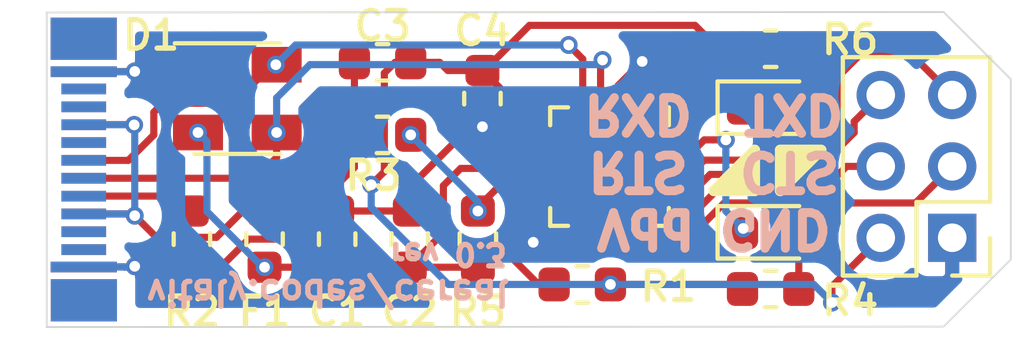
<source format=kicad_pcb>
(kicad_pcb (version 20171130) (host pcbnew "(5.1.5-0)")

  (general
    (thickness 0.8)
    (drawings 10)
    (tracks 196)
    (zones 0)
    (modules 17)
    (nets 36)
  )

  (page User 132.004 132.004)
  (layers
    (0 F.Cu signal)
    (31 B.Cu signal)
    (32 B.Adhes user hide)
    (33 F.Adhes user hide)
    (34 B.Paste user hide)
    (35 F.Paste user hide)
    (36 B.SilkS user hide)
    (37 F.SilkS user)
    (38 B.Mask user hide)
    (39 F.Mask user hide)
    (40 Dwgs.User user hide)
    (41 Cmts.User user hide)
    (42 Eco1.User user hide)
    (43 Eco2.User user hide)
    (44 Edge.Cuts user)
    (45 Margin user hide)
    (46 B.CrtYd user hide)
    (47 F.CrtYd user)
    (48 B.Fab user hide)
    (49 F.Fab user hide)
  )

  (setup
    (last_trace_width 0.2)
    (trace_clearance 0.2)
    (zone_clearance 0.508)
    (zone_45_only no)
    (trace_min 0.1)
    (via_size 0.5)
    (via_drill 0.3)
    (via_min_size 0.4)
    (via_min_drill 0.3)
    (uvia_size 0.3)
    (uvia_drill 0.1)
    (uvias_allowed no)
    (uvia_min_size 0.2)
    (uvia_min_drill 0.1)
    (edge_width 0.05)
    (segment_width 0.2)
    (pcb_text_width 0.3)
    (pcb_text_size 1.5 1.5)
    (mod_edge_width 0.12)
    (mod_text_size 0.8 0.8)
    (mod_text_width 0.15)
    (pad_size 1.524 1.524)
    (pad_drill 0.762)
    (pad_to_mask_clearance 0.051)
    (solder_mask_min_width 0.25)
    (aux_axis_origin 0 0)
    (visible_elements FFFFFF7F)
    (pcbplotparams
      (layerselection 0x010fc_ffffffff)
      (usegerberextensions false)
      (usegerberattributes false)
      (usegerberadvancedattributes false)
      (creategerberjobfile false)
      (excludeedgelayer true)
      (linewidth 0.100000)
      (plotframeref false)
      (viasonmask false)
      (mode 1)
      (useauxorigin false)
      (hpglpennumber 1)
      (hpglpenspeed 20)
      (hpglpendiameter 15.000000)
      (psnegative false)
      (psa4output false)
      (plotreference true)
      (plotvalue true)
      (plotinvisibletext false)
      (padsonsilk false)
      (subtractmaskfromsilk false)
      (outputformat 1)
      (mirror false)
      (drillshape 1)
      (scaleselection 1)
      (outputdirectory ""))
  )

  (net 0 "")
  (net 1 "Net-(U1-Pad14)")
  (net 2 "Net-(U1-Pad13)")
  (net 3 "Net-(U1-Pad11)")
  (net 4 "Net-(U1-Pad10)")
  (net 5 "Net-(U1-Pad2)")
  (net 6 "Net-(P1-PadS1)")
  (net 7 "Net-(P1-PadB8)")
  (net 8 "Net-(P1-PadB3)")
  (net 9 "Net-(P1-PadB2)")
  (net 10 "Net-(P1-PadB10)")
  (net 11 "Net-(P1-PadB11)")
  (net 12 "Net-(P1-PadB5)")
  (net 13 "Net-(P1-PadA11)")
  (net 14 "Net-(P1-PadA10)")
  (net 15 "Net-(P1-PadA8)")
  (net 16 "Net-(P1-PadA5)")
  (net 17 "Net-(P1-PadA3)")
  (net 18 "Net-(P1-PadA2)")
  (net 19 "Net-(D2-Pad2)")
  (net 20 "Net-(D2-Pad1)")
  (net 21 "Net-(R1-Pad1)")
  (net 22 "Net-(R3-Pad1)")
  (net 23 GND)
  (net 24 /USB_DM)
  (net 25 /USB_DP)
  (net 26 /VBUS)
  (net 27 "Net-(D3-Pad2)")
  (net 28 "Net-(D3-Pad1)")
  (net 29 "Net-(F1-Pad2)")
  (net 30 /RTS)
  (net 31 /RXD)
  (net 32 /CTS)
  (net 33 /TXD)
  (net 34 VDD)
  (net 35 "Net-(U1-Pad1)")

  (net_class Default "This is the default net class."
    (clearance 0.2)
    (trace_width 0.2)
    (via_dia 0.5)
    (via_drill 0.3)
    (uvia_dia 0.3)
    (uvia_drill 0.1)
    (add_net /CTS)
    (add_net /RTS)
    (add_net /RXD)
    (add_net /TXD)
    (add_net /USB_DM)
    (add_net /USB_DP)
    (add_net /VBUS)
    (add_net GND)
    (add_net "Net-(D2-Pad1)")
    (add_net "Net-(D2-Pad2)")
    (add_net "Net-(D3-Pad1)")
    (add_net "Net-(D3-Pad2)")
    (add_net "Net-(F1-Pad2)")
    (add_net "Net-(P1-PadA10)")
    (add_net "Net-(P1-PadA11)")
    (add_net "Net-(P1-PadA2)")
    (add_net "Net-(P1-PadA3)")
    (add_net "Net-(P1-PadA5)")
    (add_net "Net-(P1-PadA8)")
    (add_net "Net-(P1-PadB10)")
    (add_net "Net-(P1-PadB11)")
    (add_net "Net-(P1-PadB2)")
    (add_net "Net-(P1-PadB3)")
    (add_net "Net-(P1-PadB5)")
    (add_net "Net-(P1-PadB8)")
    (add_net "Net-(P1-PadS1)")
    (add_net "Net-(R1-Pad1)")
    (add_net "Net-(R3-Pad1)")
    (add_net "Net-(U1-Pad1)")
    (add_net "Net-(U1-Pad10)")
    (add_net "Net-(U1-Pad11)")
    (add_net "Net-(U1-Pad13)")
    (add_net "Net-(U1-Pad14)")
    (add_net "Net-(U1-Pad2)")
    (add_net VDD)
  )

  (module Connector_PinHeader_2.00mm:PinHeader_2x03_P2.00mm_Vertical (layer F.Cu) (tedit 59FED667) (tstamp 5F33E02B)
    (at 76.1365 57.1119 180)
    (descr "Through hole straight pin header, 2x03, 2.00mm pitch, double rows")
    (tags "Through hole pin header THT 2x03 2.00mm double row")
    (path /5F261242)
    (fp_text reference J1 (at 1 -2.06) (layer F.SilkS) hide
      (effects (font (size 1 1) (thickness 0.15)))
    )
    (fp_text value Conn_02x03_Counter_Clockwise (at 1 6.06) (layer F.Fab)
      (effects (font (size 1 1) (thickness 0.15)))
    )
    (fp_text user %R (at 1 2 90) (layer F.Fab)
      (effects (font (size 1 1) (thickness 0.15)))
    )
    (fp_line (start 3.5 -1.5) (end -1.5 -1.5) (layer F.CrtYd) (width 0.05))
    (fp_line (start 3.5 5.5) (end 3.5 -1.5) (layer F.CrtYd) (width 0.05))
    (fp_line (start -1.5 5.5) (end 3.5 5.5) (layer F.CrtYd) (width 0.05))
    (fp_line (start -1.5 -1.5) (end -1.5 5.5) (layer F.CrtYd) (width 0.05))
    (fp_line (start -1.06 -1.06) (end 0 -1.06) (layer F.SilkS) (width 0.12))
    (fp_line (start -1.06 0) (end -1.06 -1.06) (layer F.SilkS) (width 0.12))
    (fp_line (start 1 -1.06) (end 3.06 -1.06) (layer F.SilkS) (width 0.12))
    (fp_line (start 1 1) (end 1 -1.06) (layer F.SilkS) (width 0.12))
    (fp_line (start -1.06 1) (end 1 1) (layer F.SilkS) (width 0.12))
    (fp_line (start 3.06 -1.06) (end 3.06 5.06) (layer F.SilkS) (width 0.12))
    (fp_line (start -1.06 1) (end -1.06 5.06) (layer F.SilkS) (width 0.12))
    (fp_line (start -1.06 5.06) (end 3.06 5.06) (layer F.SilkS) (width 0.12))
    (fp_line (start -1 0) (end 0 -1) (layer F.Fab) (width 0.1))
    (fp_line (start -1 5) (end -1 0) (layer F.Fab) (width 0.1))
    (fp_line (start 3 5) (end -1 5) (layer F.Fab) (width 0.1))
    (fp_line (start 3 -1) (end 3 5) (layer F.Fab) (width 0.1))
    (fp_line (start 0 -1) (end 3 -1) (layer F.Fab) (width 0.1))
    (pad 6 thru_hole oval (at 2 4 180) (size 1.35 1.35) (drill 0.8) (layers *.Cu *.Mask)
      (net 31 /RXD))
    (pad 5 thru_hole oval (at 0 4 180) (size 1.35 1.35) (drill 0.8) (layers *.Cu *.Mask)
      (net 33 /TXD))
    (pad 4 thru_hole oval (at 2 2 180) (size 1.35 1.35) (drill 0.8) (layers *.Cu *.Mask)
      (net 30 /RTS))
    (pad 3 thru_hole oval (at 0 2 180) (size 1.35 1.35) (drill 0.8) (layers *.Cu *.Mask)
      (net 32 /CTS))
    (pad 2 thru_hole oval (at 2 0 180) (size 1.35 1.35) (drill 0.8) (layers *.Cu *.Mask)
      (net 34 VDD))
    (pad 1 thru_hole rect (at 0 0 180) (size 1.35 1.35) (drill 0.8) (layers *.Cu *.Mask)
      (net 23 GND))
    (model ${KISYS3DMOD}/Connector_PinHeader_2.00mm.3dshapes/PinHeader_2x03_P2.00mm_Vertical.wrl
      (at (xyz 0 0 0))
      (scale (xyz 1 1 1))
      (rotate (xyz 0 0 0))
    )
  )

  (module LED_SMD:LED_0603_1608Metric (layer F.Cu) (tedit 5B301BBE) (tstamp 5F33DFFB)
    (at 71.0565 53.467)
    (descr "LED SMD 0603 (1608 Metric), square (rectangular) end terminal, IPC_7351 nominal, (Body size source: http://www.tortai-tech.com/upload/download/2011102023233369053.pdf), generated with kicad-footprint-generator")
    (tags diode)
    (path /5F24BE1A)
    (attr smd)
    (fp_text reference D3 (at 0 -1.43) (layer F.SilkS) hide
      (effects (font (size 1 1) (thickness 0.15)))
    )
    (fp_text value TXT (at 0 1.43) (layer F.Fab)
      (effects (font (size 1 1) (thickness 0.15)))
    )
    (fp_text user %R (at 0 0) (layer F.Fab)
      (effects (font (size 0.4 0.4) (thickness 0.06)))
    )
    (fp_line (start 1.48 0.73) (end -1.48 0.73) (layer F.CrtYd) (width 0.05))
    (fp_line (start 1.48 -0.73) (end 1.48 0.73) (layer F.CrtYd) (width 0.05))
    (fp_line (start -1.48 -0.73) (end 1.48 -0.73) (layer F.CrtYd) (width 0.05))
    (fp_line (start -1.48 0.73) (end -1.48 -0.73) (layer F.CrtYd) (width 0.05))
    (fp_line (start -1.485 0.735) (end 0.8 0.735) (layer F.SilkS) (width 0.12))
    (fp_line (start -1.485 -0.735) (end -1.485 0.735) (layer F.SilkS) (width 0.12))
    (fp_line (start 0.8 -0.735) (end -1.485 -0.735) (layer F.SilkS) (width 0.12))
    (fp_line (start 0.8 0.4) (end 0.8 -0.4) (layer F.Fab) (width 0.1))
    (fp_line (start -0.8 0.4) (end 0.8 0.4) (layer F.Fab) (width 0.1))
    (fp_line (start -0.8 -0.1) (end -0.8 0.4) (layer F.Fab) (width 0.1))
    (fp_line (start -0.5 -0.4) (end -0.8 -0.1) (layer F.Fab) (width 0.1))
    (fp_line (start 0.8 -0.4) (end -0.5 -0.4) (layer F.Fab) (width 0.1))
    (pad 2 smd roundrect (at 0.7875 0) (size 0.875 0.95) (layers F.Cu F.Paste F.Mask) (roundrect_rratio 0.25)
      (net 27 "Net-(D3-Pad2)"))
    (pad 1 smd roundrect (at -0.7875 0) (size 0.875 0.95) (layers F.Cu F.Paste F.Mask) (roundrect_rratio 0.25)
      (net 28 "Net-(D3-Pad1)"))
    (model ${KISYS3DMOD}/LED_SMD.3dshapes/LED_0603_1608Metric.wrl
      (at (xyz 0 0 0))
      (scale (xyz 1 1 1))
      (rotate (xyz 0 0 0))
    )
  )

  (module Package_DFN_QFN:SiliconLabs_QFN-20-1EP_3x3mm_P0.5mm (layer F.Cu) (tedit 5A0AA2C1) (tstamp 5F33E0ED)
    (at 66.548 55.118 270)
    (descr "20-Lead Plastic Quad Flat, No Lead Package - 3x3 mm Body [QFN] with corner pads; see figure 8.2 of https://www.silabs.com/documents/public/data-sheets/efm8bb1-datasheet.pdf")
    (tags "QFN 0.5")
    (path /5F1E938B)
    (attr smd)
    (fp_text reference U1 (at 0 -3 90) (layer F.SilkS) hide
      (effects (font (size 1 1) (thickness 0.15)))
    )
    (fp_text value CP2102N-A01-GQFN20 (at 0 3 90) (layer F.Fab) hide
      (effects (font (size 1 1) (thickness 0.15)))
    )
    (fp_line (start -1.66 -1.66) (end -1.16 -1.66) (layer F.SilkS) (width 0.12))
    (fp_line (start 1.66 1.66) (end 1.66 1.16) (layer F.SilkS) (width 0.12))
    (fp_line (start 1.16 1.66) (end 1.66 1.66) (layer F.SilkS) (width 0.12))
    (fp_line (start -1.66 1.66) (end -1.66 1.16) (layer F.SilkS) (width 0.12))
    (fp_line (start -1.16 1.66) (end -1.66 1.66) (layer F.SilkS) (width 0.12))
    (fp_line (start 1.66 -1.66) (end 1.66 -1.16) (layer F.SilkS) (width 0.12))
    (fp_line (start 1.16 -1.66) (end 1.66 -1.66) (layer F.SilkS) (width 0.12))
    (fp_line (start 2.25 -2.25) (end -2.25 -2.25) (layer F.CrtYd) (width 0.05))
    (fp_line (start 2.25 2.25) (end 2.25 -2.25) (layer F.CrtYd) (width 0.05))
    (fp_line (start -2.25 2.25) (end 2.25 2.25) (layer F.CrtYd) (width 0.05))
    (fp_line (start -2.25 -2.25) (end -2.25 2.25) (layer F.CrtYd) (width 0.05))
    (fp_line (start 1.5 -1.5) (end 1.5 1.5) (layer F.Fab) (width 0.1))
    (fp_line (start -0.5 -1.5) (end 1.5 -1.5) (layer F.Fab) (width 0.1))
    (fp_line (start -1.5 -0.5) (end -0.5 -1.5) (layer F.Fab) (width 0.1))
    (fp_line (start -1.5 1.5) (end -1.5 -0.5) (layer F.Fab) (width 0.1))
    (fp_line (start 1.5 1.5) (end -1.5 1.5) (layer F.Fab) (width 0.1))
    (fp_text user %R (at 0 0 90) (layer F.Fab)
      (effects (font (size 0.65 0.65) (thickness 0.125)))
    )
    (pad "" smd rect (at 0.45 0.45 270) (size 0.54 0.54) (layers F.Paste))
    (pad "" smd rect (at 0.45 -0.45 270) (size 0.54 0.54) (layers F.Paste))
    (pad "" smd rect (at -0.45 0.45 270) (size 0.54 0.54) (layers F.Paste))
    (pad "" smd rect (at -0.45 -0.45 270) (size 0.54 0.54) (layers F.Paste))
    (pad 21 smd rect (at 0 0 270) (size 1.8 1.8) (layers F.Cu F.Mask))
    (pad 20 smd rect (at -0.75 -1.55) (size 0.9 0.3) (layers F.Cu F.Paste F.Mask)
      (net 28 "Net-(D3-Pad1)"))
    (pad 19 smd rect (at -0.25 -1.55) (size 0.9 0.3) (layers F.Cu F.Paste F.Mask)
      (net 20 "Net-(D2-Pad1)"))
    (pad 18 smd rect (at 0.25 -1.55) (size 0.9 0.3) (layers F.Cu F.Paste F.Mask)
      (net 33 /TXD))
    (pad 17 smd rect (at 0.75 -1.55) (size 0.9 0.3) (layers F.Cu F.Paste F.Mask)
      (net 31 /RXD))
    (pad 16 smd rect (at 1.25 -1.25 270) (size 0.3 0.3) (layers F.Cu F.Paste F.Mask)
      (net 30 /RTS))
    (pad 15 smd rect (at 1.55 -0.75 270) (size 0.9 0.3) (layers F.Cu F.Paste F.Mask)
      (net 32 /CTS))
    (pad 14 smd rect (at 1.55 -0.25 270) (size 0.9 0.3) (layers F.Cu F.Paste F.Mask)
      (net 1 "Net-(U1-Pad14)"))
    (pad 13 smd rect (at 1.55 0.25 270) (size 0.9 0.3) (layers F.Cu F.Paste F.Mask)
      (net 2 "Net-(U1-Pad13)"))
    (pad 12 smd rect (at 1.55 0.75 270) (size 0.9 0.3) (layers F.Cu F.Paste F.Mask)
      (net 23 GND))
    (pad 11 smd rect (at 1.25 1.25 270) (size 0.3 0.3) (layers F.Cu F.Paste F.Mask)
      (net 3 "Net-(U1-Pad11)"))
    (pad 10 smd rect (at 0.75 1.55) (size 0.9 0.3) (layers F.Cu F.Paste F.Mask)
      (net 4 "Net-(U1-Pad10)"))
    (pad 9 smd rect (at 0.25 1.55) (size 0.9 0.3) (layers F.Cu F.Paste F.Mask)
      (net 21 "Net-(R1-Pad1)"))
    (pad 8 smd rect (at -0.25 1.55) (size 0.9 0.3) (layers F.Cu F.Paste F.Mask)
      (net 22 "Net-(R3-Pad1)"))
    (pad 7 smd rect (at -0.75 1.55) (size 0.9 0.3) (layers F.Cu F.Paste F.Mask)
      (net 26 /VBUS))
    (pad 6 smd rect (at -1.25 1.25 270) (size 0.3 0.3) (layers F.Cu F.Paste F.Mask)
      (net 34 VDD))
    (pad 5 smd rect (at -1.55 0.75 270) (size 0.9 0.3) (layers F.Cu F.Paste F.Mask)
      (net 24 /USB_DM))
    (pad 4 smd rect (at -1.55 0.25 270) (size 0.9 0.3) (layers F.Cu F.Paste F.Mask)
      (net 25 /USB_DP))
    (pad 3 smd rect (at -1.55 -0.25 270) (size 0.9 0.3) (layers F.Cu F.Paste F.Mask)
      (net 23 GND))
    (pad 2 smd rect (at -1.55 -0.75 270) (size 0.9 0.3) (layers F.Cu F.Paste F.Mask)
      (net 5 "Net-(U1-Pad2)"))
    (pad 1 smd rect (at -1.25 -1.25 270) (size 0.3 0.3) (layers F.Cu F.Paste F.Mask)
      (net 35 "Net-(U1-Pad1)"))
    (model ${KISYS3DMOD}/Package_DFN_QFN.3dshapes/SiliconLabs_QFN-20-1EP_3x3mm_P0.5mm.wrl
      (at (xyz 0 0 0))
      (scale (xyz 1 1 1))
      (rotate (xyz 0 0 0))
    )
  )

  (module Resistor_SMD:R_0603_1608Metric (layer F.Cu) (tedit 5B301BBD) (tstamp 5F33E0BF)
    (at 71.0565 51.816 180)
    (descr "Resistor SMD 0603 (1608 Metric), square (rectangular) end terminal, IPC_7351 nominal, (Body size source: http://www.tortai-tech.com/upload/download/2011102023233369053.pdf), generated with kicad-footprint-generator")
    (tags resistor)
    (path /5F24BE14)
    (attr smd)
    (fp_text reference R6 (at -2.2225 0.254) (layer F.SilkS)
      (effects (font (size 0.8 0.8) (thickness 0.15)))
    )
    (fp_text value 470R (at -0.0127 0.0254) (layer F.Fab)
      (effects (font (size 1 1) (thickness 0.15)))
    )
    (fp_text user %R (at 0 0) (layer F.Fab)
      (effects (font (size 0.4 0.4) (thickness 0.06)))
    )
    (fp_line (start 1.48 0.73) (end -1.48 0.73) (layer F.CrtYd) (width 0.05))
    (fp_line (start 1.48 -0.73) (end 1.48 0.73) (layer F.CrtYd) (width 0.05))
    (fp_line (start -1.48 -0.73) (end 1.48 -0.73) (layer F.CrtYd) (width 0.05))
    (fp_line (start -1.48 0.73) (end -1.48 -0.73) (layer F.CrtYd) (width 0.05))
    (fp_line (start -0.162779 0.51) (end 0.162779 0.51) (layer F.SilkS) (width 0.12))
    (fp_line (start -0.162779 -0.51) (end 0.162779 -0.51) (layer F.SilkS) (width 0.12))
    (fp_line (start 0.8 0.4) (end -0.8 0.4) (layer F.Fab) (width 0.1))
    (fp_line (start 0.8 -0.4) (end 0.8 0.4) (layer F.Fab) (width 0.1))
    (fp_line (start -0.8 -0.4) (end 0.8 -0.4) (layer F.Fab) (width 0.1))
    (fp_line (start -0.8 0.4) (end -0.8 -0.4) (layer F.Fab) (width 0.1))
    (pad 2 smd roundrect (at 0.7875 0 180) (size 0.875 0.95) (layers F.Cu F.Paste F.Mask) (roundrect_rratio 0.25)
      (net 34 VDD))
    (pad 1 smd roundrect (at -0.7875 0 180) (size 0.875 0.95) (layers F.Cu F.Paste F.Mask) (roundrect_rratio 0.25)
      (net 27 "Net-(D3-Pad2)"))
    (model ${KISYS3DMOD}/Resistor_SMD.3dshapes/R_0603_1608Metric.wrl
      (at (xyz 0 0 0))
      (scale (xyz 1 1 1))
      (rotate (xyz 0 0 0))
    )
  )

  (module Resistor_SMD:R_0603_1608Metric (layer F.Cu) (tedit 5B301BBD) (tstamp 5F33E0AE)
    (at 62.865 57.15 90)
    (descr "Resistor SMD 0603 (1608 Metric), square (rectangular) end terminal, IPC_7351 nominal, (Body size source: http://www.tortai-tech.com/upload/download/2011102023233369053.pdf), generated with kicad-footprint-generator")
    (tags resistor)
    (path /5F206C87)
    (attr smd)
    (fp_text reference R5 (at -2.032 0 180) (layer F.SilkS)
      (effects (font (size 0.8 0.8) (thickness 0.15)))
    )
    (fp_text value 22K (at 0 1.43 90) (layer F.Fab)
      (effects (font (size 1 1) (thickness 0.15)))
    )
    (fp_text user %R (at 0 0 90) (layer F.Fab)
      (effects (font (size 0.4 0.4) (thickness 0.06)))
    )
    (fp_line (start 1.48 0.73) (end -1.48 0.73) (layer F.CrtYd) (width 0.05))
    (fp_line (start 1.48 -0.73) (end 1.48 0.73) (layer F.CrtYd) (width 0.05))
    (fp_line (start -1.48 -0.73) (end 1.48 -0.73) (layer F.CrtYd) (width 0.05))
    (fp_line (start -1.48 0.73) (end -1.48 -0.73) (layer F.CrtYd) (width 0.05))
    (fp_line (start -0.162779 0.51) (end 0.162779 0.51) (layer F.SilkS) (width 0.12))
    (fp_line (start -0.162779 -0.51) (end 0.162779 -0.51) (layer F.SilkS) (width 0.12))
    (fp_line (start 0.8 0.4) (end -0.8 0.4) (layer F.Fab) (width 0.1))
    (fp_line (start 0.8 -0.4) (end 0.8 0.4) (layer F.Fab) (width 0.1))
    (fp_line (start -0.8 -0.4) (end 0.8 -0.4) (layer F.Fab) (width 0.1))
    (fp_line (start -0.8 0.4) (end -0.8 -0.4) (layer F.Fab) (width 0.1))
    (pad 2 smd roundrect (at 0.7875 0 90) (size 0.875 0.95) (layers F.Cu F.Paste F.Mask) (roundrect_rratio 0.25)
      (net 22 "Net-(R3-Pad1)"))
    (pad 1 smd roundrect (at -0.7875 0 90) (size 0.875 0.95) (layers F.Cu F.Paste F.Mask) (roundrect_rratio 0.25)
      (net 26 /VBUS))
    (model ${KISYS3DMOD}/Resistor_SMD.3dshapes/R_0603_1608Metric.wrl
      (at (xyz 0 0 0))
      (scale (xyz 1 1 1))
      (rotate (xyz 0 0 0))
    )
  )

  (module Resistor_SMD:R_0603_1608Metric (layer F.Cu) (tedit 5B301BBD) (tstamp 5F33E09D)
    (at 71.0565 58.547 180)
    (descr "Resistor SMD 0603 (1608 Metric), square (rectangular) end terminal, IPC_7351 nominal, (Body size source: http://www.tortai-tech.com/upload/download/2011102023233369053.pdf), generated with kicad-footprint-generator")
    (tags resistor)
    (path /5E11A0EC)
    (attr smd)
    (fp_text reference R4 (at -2.2225 -0.3302) (layer F.SilkS)
      (effects (font (size 0.8 0.8) (thickness 0.15)))
    )
    (fp_text value 470R (at 0 1.43) (layer F.Fab)
      (effects (font (size 1 1) (thickness 0.15)))
    )
    (fp_text user %R (at 0 0) (layer F.Fab)
      (effects (font (size 0.4 0.4) (thickness 0.06)))
    )
    (fp_line (start 1.48 0.73) (end -1.48 0.73) (layer F.CrtYd) (width 0.05))
    (fp_line (start 1.48 -0.73) (end 1.48 0.73) (layer F.CrtYd) (width 0.05))
    (fp_line (start -1.48 -0.73) (end 1.48 -0.73) (layer F.CrtYd) (width 0.05))
    (fp_line (start -1.48 0.73) (end -1.48 -0.73) (layer F.CrtYd) (width 0.05))
    (fp_line (start -0.162779 0.51) (end 0.162779 0.51) (layer F.SilkS) (width 0.12))
    (fp_line (start -0.162779 -0.51) (end 0.162779 -0.51) (layer F.SilkS) (width 0.12))
    (fp_line (start 0.8 0.4) (end -0.8 0.4) (layer F.Fab) (width 0.1))
    (fp_line (start 0.8 -0.4) (end 0.8 0.4) (layer F.Fab) (width 0.1))
    (fp_line (start -0.8 -0.4) (end 0.8 -0.4) (layer F.Fab) (width 0.1))
    (fp_line (start -0.8 0.4) (end -0.8 -0.4) (layer F.Fab) (width 0.1))
    (pad 2 smd roundrect (at 0.7875 0 180) (size 0.875 0.95) (layers F.Cu F.Paste F.Mask) (roundrect_rratio 0.25)
      (net 34 VDD))
    (pad 1 smd roundrect (at -0.7875 0 180) (size 0.875 0.95) (layers F.Cu F.Paste F.Mask) (roundrect_rratio 0.25)
      (net 19 "Net-(D2-Pad2)"))
    (model ${KISYS3DMOD}/Resistor_SMD.3dshapes/R_0603_1608Metric.wrl
      (at (xyz 0 0 0))
      (scale (xyz 1 1 1))
      (rotate (xyz 0 0 0))
    )
  )

  (module Resistor_SMD:R_0603_1608Metric (layer F.Cu) (tedit 5B301BBD) (tstamp 5F33E08C)
    (at 60.198 54.229 180)
    (descr "Resistor SMD 0603 (1608 Metric), square (rectangular) end terminal, IPC_7351 nominal, (Body size source: http://www.tortai-tech.com/upload/download/2011102023233369053.pdf), generated with kicad-footprint-generator")
    (tags resistor)
    (path /5EAE717E)
    (attr smd)
    (fp_text reference R3 (at 0.254 -1.143) (layer F.SilkS)
      (effects (font (size 0.8 0.8) (thickness 0.15)))
    )
    (fp_text value 47K (at 0 1.43) (layer F.Fab)
      (effects (font (size 1 1) (thickness 0.15)))
    )
    (fp_text user %R (at 0 0) (layer F.Fab)
      (effects (font (size 0.4 0.4) (thickness 0.06)))
    )
    (fp_line (start 1.48 0.73) (end -1.48 0.73) (layer F.CrtYd) (width 0.05))
    (fp_line (start 1.48 -0.73) (end 1.48 0.73) (layer F.CrtYd) (width 0.05))
    (fp_line (start -1.48 -0.73) (end 1.48 -0.73) (layer F.CrtYd) (width 0.05))
    (fp_line (start -1.48 0.73) (end -1.48 -0.73) (layer F.CrtYd) (width 0.05))
    (fp_line (start -0.162779 0.51) (end 0.162779 0.51) (layer F.SilkS) (width 0.12))
    (fp_line (start -0.162779 -0.51) (end 0.162779 -0.51) (layer F.SilkS) (width 0.12))
    (fp_line (start 0.8 0.4) (end -0.8 0.4) (layer F.Fab) (width 0.1))
    (fp_line (start 0.8 -0.4) (end 0.8 0.4) (layer F.Fab) (width 0.1))
    (fp_line (start -0.8 -0.4) (end 0.8 -0.4) (layer F.Fab) (width 0.1))
    (fp_line (start -0.8 0.4) (end -0.8 -0.4) (layer F.Fab) (width 0.1))
    (pad 2 smd roundrect (at 0.7875 0 180) (size 0.875 0.95) (layers F.Cu F.Paste F.Mask) (roundrect_rratio 0.25)
      (net 23 GND))
    (pad 1 smd roundrect (at -0.7875 0 180) (size 0.875 0.95) (layers F.Cu F.Paste F.Mask) (roundrect_rratio 0.25)
      (net 22 "Net-(R3-Pad1)"))
    (model ${KISYS3DMOD}/Resistor_SMD.3dshapes/R_0603_1608Metric.wrl
      (at (xyz 0 0 0))
      (scale (xyz 1 1 1))
      (rotate (xyz 0 0 0))
    )
  )

  (module Resistor_SMD:R_0603_1608Metric (layer F.Cu) (tedit 5B301BBD) (tstamp 5F33E07B)
    (at 54.864 57.15 270)
    (descr "Resistor SMD 0603 (1608 Metric), square (rectangular) end terminal, IPC_7351 nominal, (Body size source: http://www.tortai-tech.com/upload/download/2011102023233369053.pdf), generated with kicad-footprint-generator")
    (tags resistor)
    (path /5F1F4756)
    (attr smd)
    (fp_text reference R2 (at 2.032 0 180) (layer F.SilkS)
      (effects (font (size 0.8 0.8) (thickness 0.15)))
    )
    (fp_text value 5.1K (at 0 1.43 90) (layer F.Fab)
      (effects (font (size 1 1) (thickness 0.15)))
    )
    (fp_text user %R (at 0 0 90) (layer F.Fab)
      (effects (font (size 0.4 0.4) (thickness 0.06)))
    )
    (fp_line (start 1.48 0.73) (end -1.48 0.73) (layer F.CrtYd) (width 0.05))
    (fp_line (start 1.48 -0.73) (end 1.48 0.73) (layer F.CrtYd) (width 0.05))
    (fp_line (start -1.48 -0.73) (end 1.48 -0.73) (layer F.CrtYd) (width 0.05))
    (fp_line (start -1.48 0.73) (end -1.48 -0.73) (layer F.CrtYd) (width 0.05))
    (fp_line (start -0.162779 0.51) (end 0.162779 0.51) (layer F.SilkS) (width 0.12))
    (fp_line (start -0.162779 -0.51) (end 0.162779 -0.51) (layer F.SilkS) (width 0.12))
    (fp_line (start 0.8 0.4) (end -0.8 0.4) (layer F.Fab) (width 0.1))
    (fp_line (start 0.8 -0.4) (end 0.8 0.4) (layer F.Fab) (width 0.1))
    (fp_line (start -0.8 -0.4) (end 0.8 -0.4) (layer F.Fab) (width 0.1))
    (fp_line (start -0.8 0.4) (end -0.8 -0.4) (layer F.Fab) (width 0.1))
    (pad 2 smd roundrect (at 0.7875 0 270) (size 0.875 0.95) (layers F.Cu F.Paste F.Mask) (roundrect_rratio 0.25)
      (net 23 GND))
    (pad 1 smd roundrect (at -0.7875 0 270) (size 0.875 0.95) (layers F.Cu F.Paste F.Mask) (roundrect_rratio 0.25)
      (net 16 "Net-(P1-PadA5)"))
    (model ${KISYS3DMOD}/Resistor_SMD.3dshapes/R_0603_1608Metric.wrl
      (at (xyz 0 0 0))
      (scale (xyz 1 1 1))
      (rotate (xyz 0 0 0))
    )
  )

  (module Resistor_SMD:R_0603_1608Metric (layer F.Cu) (tedit 5B301BBD) (tstamp 5F33E06A)
    (at 65.786 58.42)
    (descr "Resistor SMD 0603 (1608 Metric), square (rectangular) end terminal, IPC_7351 nominal, (Body size source: http://www.tortai-tech.com/upload/download/2011102023233369053.pdf), generated with kicad-footprint-generator")
    (tags resistor)
    (path /5E9D227D)
    (attr smd)
    (fp_text reference R1 (at 2.413 0.0635) (layer F.SilkS)
      (effects (font (size 0.8 0.8) (thickness 0.15)))
    )
    (fp_text value 1K (at 0.1778 0) (layer F.Fab)
      (effects (font (size 1 1) (thickness 0.15)))
    )
    (fp_text user %R (at 0 0) (layer F.Fab)
      (effects (font (size 0.4 0.4) (thickness 0.06)))
    )
    (fp_line (start 1.48 0.73) (end -1.48 0.73) (layer F.CrtYd) (width 0.05))
    (fp_line (start 1.48 -0.73) (end 1.48 0.73) (layer F.CrtYd) (width 0.05))
    (fp_line (start -1.48 -0.73) (end 1.48 -0.73) (layer F.CrtYd) (width 0.05))
    (fp_line (start -1.48 0.73) (end -1.48 -0.73) (layer F.CrtYd) (width 0.05))
    (fp_line (start -0.162779 0.51) (end 0.162779 0.51) (layer F.SilkS) (width 0.12))
    (fp_line (start -0.162779 -0.51) (end 0.162779 -0.51) (layer F.SilkS) (width 0.12))
    (fp_line (start 0.8 0.4) (end -0.8 0.4) (layer F.Fab) (width 0.1))
    (fp_line (start 0.8 -0.4) (end 0.8 0.4) (layer F.Fab) (width 0.1))
    (fp_line (start -0.8 -0.4) (end 0.8 -0.4) (layer F.Fab) (width 0.1))
    (fp_line (start -0.8 0.4) (end -0.8 -0.4) (layer F.Fab) (width 0.1))
    (pad 2 smd roundrect (at 0.7875 0) (size 0.875 0.95) (layers F.Cu F.Paste F.Mask) (roundrect_rratio 0.25)
      (net 34 VDD))
    (pad 1 smd roundrect (at -0.7875 0) (size 0.875 0.95) (layers F.Cu F.Paste F.Mask) (roundrect_rratio 0.25)
      (net 21 "Net-(R1-Pad1)"))
    (model ${KISYS3DMOD}/Resistor_SMD.3dshapes/R_0603_1608Metric.wrl
      (at (xyz 0 0 0))
      (scale (xyz 1 1 1))
      (rotate (xyz 0 0 0))
    )
  )

  (module cereal:USB_C_Plug_HRS_CX60-24S-UNIT (layer F.Cu) (tedit 5F1F5148) (tstamp 5F33E059)
    (at 52.9844 55.1942 270)
    (descr "Universal Serial Bus (USB) Shielded I/O Plug, Type C, Right Angle, Surface Mount")
    (tags "USB Type-C Plug Edge Mount")
    (path /5F1E24E6)
    (attr smd)
    (fp_text reference P1 (at -3.4544 3.0226 90) (layer F.SilkS) hide
      (effects (font (size 1 1) (thickness 0.15)))
    )
    (fp_text value USB_C_Plug (at -0.1725 4.27 90) (layer F.Fab) hide
      (effects (font (size 1 1) (thickness 0.15)))
    )
    (fp_line (start -4.2164 2.179) (end -4.3307 2.0701) (layer F.CrtYd) (width 0.05))
    (fp_line (start -4.2164 2.179) (end -4.3307 2.0701) (layer B.CrtYd) (width 0.05))
    (fp_line (start 4.2291 2.1778) (end 4.3434 2.0574) (layer B.CrtYd) (width 0.05))
    (fp_line (start 4.3434 2.0574) (end 4.2291 2.1778) (layer F.CrtYd) (width 0.05))
    (fp_line (start -4.3307 2.0701) (end -4.3307 0.02286) (layer B.CrtYd) (width 0.05))
    (fp_line (start 4.2291 2.1778) (end -4.2164 2.179) (layer B.CrtYd) (width 0.05))
    (fp_line (start 4.3434 0.02286) (end 4.3434 2.0574) (layer B.CrtYd) (width 0.05))
    (fp_line (start -4.3307 0.02286) (end 4.3434 0.02286) (layer B.CrtYd) (width 0.05))
    (fp_line (start -4.3307 2.0701) (end -4.3307 0.02286) (layer F.CrtYd) (width 0.05))
    (fp_line (start 4.2291 2.1778) (end -4.2105 2.179) (layer F.CrtYd) (width 0.05))
    (fp_line (start 4.3434 0.02286) (end 4.3434 2.0574) (layer F.CrtYd) (width 0.05))
    (fp_line (start -4.3307 0.02286) (end 4.3434 0.02286) (layer F.CrtYd) (width 0.05))
    (fp_text user %R (at 0.4445 -0.4699 90) (layer F.Fab)
      (effects (font (size 0.75 0.75) (thickness 0.1)))
    )
    (fp_text user "PCB Edge" (at 0 3.0225 90) (layer Dwgs.User)
      (effects (font (size 0.5 0.5) (thickness 0.1)))
    )
    (pad "" smd rect (at -3.659 1.1491 270) (size 1.18 1.85) (layers B.Cu B.Paste B.Mask))
    (pad "" smd rect (at 3.6703 1.143 270) (size 1.18 1.85) (layers B.Cu B.Paste B.Mask))
    (pad B8 smd rect (at 0.75 1.1475 270) (size 0.3 1.25) (layers B.Cu B.Paste B.Mask)
      (net 7 "Net-(P1-PadB8)"))
    (pad B3 smd rect (at -1.75 1.1475 270) (size 0.3 1.25) (layers B.Cu B.Paste B.Mask)
      (net 8 "Net-(P1-PadB3)"))
    (pad B7 smd rect (at 0.25 1.1475 270) (size 0.3 1.25) (layers B.Cu B.Paste B.Mask))
    (pad B2 smd rect (at -2.25 1.1475 270) (size 0.3 1.25) (layers B.Cu B.Paste B.Mask)
      (net 9 "Net-(P1-PadB2)"))
    (pad B9 smd rect (at 1.25 1.1475 270) (size 0.3 1.25) (layers B.Cu B.Paste B.Mask)
      (net 29 "Net-(F1-Pad2)"))
    (pad B4 smd rect (at -1.25 1.1475 270) (size 0.3 1.25) (layers B.Cu B.Paste B.Mask)
      (net 29 "Net-(F1-Pad2)"))
    (pad B10 smd rect (at 1.75 1.1475 270) (size 0.3 1.25) (layers B.Cu B.Paste B.Mask)
      (net 10 "Net-(P1-PadB10)"))
    (pad B11 smd rect (at 2.25 1.1475 270) (size 0.3 1.25) (layers B.Cu B.Paste B.Mask)
      (net 11 "Net-(P1-PadB11)"))
    (pad B12 smd rect (at 2.7361 1.1475 270) (size 0.3 1.85) (layers B.Cu B.Paste B.Mask)
      (net 23 GND))
    (pad B1 smd rect (at -2.7361 1.1475 270) (size 0.3 1.85) (layers B.Cu B.Paste B.Mask)
      (net 23 GND))
    (pad B6 smd rect (at -0.25 1.1475 270) (size 0.3 1.25) (layers B.Cu B.Paste B.Mask))
    (pad B5 smd rect (at -0.75 1.1475 270) (size 0.3 1.25) (layers B.Cu B.Paste B.Mask)
      (net 12 "Net-(P1-PadB5)"))
    (pad S1 smd rect (at -3.659 1.14808 270) (size 1.18 1.85) (layers F.Cu F.Paste F.Mask)
      (net 6 "Net-(P1-PadS1)"))
    (pad "" smd rect (at 3.6703 1.143 270) (size 1.18 1.85) (layers F.Cu F.Paste F.Mask))
    (pad A1 smd rect (at 2.7361 1.1475 270) (size 0.3 1.85) (layers F.Cu F.Paste F.Mask)
      (net 23 GND))
    (pad A12 smd rect (at -2.7361 1.1475 270) (size 0.3 1.85) (layers F.Cu F.Paste F.Mask)
      (net 23 GND))
    (pad A11 smd rect (at -2.25 1.1475 270) (size 0.3 1.25) (layers F.Cu F.Paste F.Mask)
      (net 13 "Net-(P1-PadA11)"))
    (pad A10 smd rect (at -1.75 1.1475 270) (size 0.3 1.25) (layers F.Cu F.Paste F.Mask)
      (net 14 "Net-(P1-PadA10)"))
    (pad A9 smd rect (at -1.25 1.1475 270) (size 0.3 1.25) (layers F.Cu F.Paste F.Mask)
      (net 29 "Net-(F1-Pad2)"))
    (pad A8 smd rect (at -0.75 1.1475 270) (size 0.3 1.25) (layers F.Cu F.Paste F.Mask)
      (net 15 "Net-(P1-PadA8)"))
    (pad A7 smd rect (at -0.25 1.1475 270) (size 0.3 1.25) (layers F.Cu F.Paste F.Mask)
      (net 24 /USB_DM))
    (pad A6 smd rect (at 0.25 1.1475 270) (size 0.3 1.25) (layers F.Cu F.Paste F.Mask)
      (net 25 /USB_DP))
    (pad A5 smd rect (at 0.75 1.1475 270) (size 0.3 1.25) (layers F.Cu F.Paste F.Mask)
      (net 16 "Net-(P1-PadA5)"))
    (pad A4 smd rect (at 1.25 1.1475 270) (size 0.3 1.25) (layers F.Cu F.Paste F.Mask)
      (net 29 "Net-(F1-Pad2)"))
    (pad A3 smd rect (at 1.75 1.1475 270) (size 0.3 1.25) (layers F.Cu F.Paste F.Mask)
      (net 17 "Net-(P1-PadA3)"))
    (pad A2 smd rect (at 2.25 1.1475 270) (size 0.3 1.25) (layers F.Cu F.Paste F.Mask)
      (net 18 "Net-(P1-PadA2)"))
    (model ${KISYS3DMOD}/Connector_USB.3dshapes/USB_C_Plug_JAE_DX07P024AJ1.wrl
      (at (xyz 0 0 0))
      (scale (xyz 1 1 1))
      (rotate (xyz 0 0 0))
    )
  )

  (module Fuse:Fuse_0603_1608Metric (layer F.Cu) (tedit 5B301BBE) (tstamp 5F33E00C)
    (at 56.896 57.15 90)
    (descr "Fuse SMD 0603 (1608 Metric), square (rectangular) end terminal, IPC_7351 nominal, (Body size source: http://www.tortai-tech.com/upload/download/2011102023233369053.pdf), generated with kicad-footprint-generator")
    (tags resistor)
    (path /5F264288)
    (attr smd)
    (fp_text reference F1 (at -2.032 0 180) (layer F.SilkS)
      (effects (font (size 0.8 0.8) (thickness 0.15)))
    )
    (fp_text value 350mA (at 0 1.43 90) (layer F.Fab)
      (effects (font (size 1 1) (thickness 0.15)))
    )
    (fp_text user %R (at 0 0 90) (layer F.Fab)
      (effects (font (size 0.4 0.4) (thickness 0.06)))
    )
    (fp_line (start 1.48 0.73) (end -1.48 0.73) (layer F.CrtYd) (width 0.05))
    (fp_line (start 1.48 -0.73) (end 1.48 0.73) (layer F.CrtYd) (width 0.05))
    (fp_line (start -1.48 -0.73) (end 1.48 -0.73) (layer F.CrtYd) (width 0.05))
    (fp_line (start -1.48 0.73) (end -1.48 -0.73) (layer F.CrtYd) (width 0.05))
    (fp_line (start -0.162779 0.51) (end 0.162779 0.51) (layer F.SilkS) (width 0.12))
    (fp_line (start -0.162779 -0.51) (end 0.162779 -0.51) (layer F.SilkS) (width 0.12))
    (fp_line (start 0.8 0.4) (end -0.8 0.4) (layer F.Fab) (width 0.1))
    (fp_line (start 0.8 -0.4) (end 0.8 0.4) (layer F.Fab) (width 0.1))
    (fp_line (start -0.8 -0.4) (end 0.8 -0.4) (layer F.Fab) (width 0.1))
    (fp_line (start -0.8 0.4) (end -0.8 -0.4) (layer F.Fab) (width 0.1))
    (pad 2 smd roundrect (at 0.7875 0 90) (size 0.875 0.95) (layers F.Cu F.Paste F.Mask) (roundrect_rratio 0.25)
      (net 29 "Net-(F1-Pad2)"))
    (pad 1 smd roundrect (at -0.7875 0 90) (size 0.875 0.95) (layers F.Cu F.Paste F.Mask) (roundrect_rratio 0.25)
      (net 26 /VBUS))
    (model ${KISYS3DMOD}/Fuse.3dshapes/Fuse_0603_1608Metric.wrl
      (at (xyz 0 0 0))
      (scale (xyz 1 1 1))
      (rotate (xyz 0 0 0))
    )
  )

  (module LED_SMD:LED_0603_1608Metric (layer F.Cu) (tedit 5B301BBE) (tstamp 5F33DFE8)
    (at 71.0565 56.9595)
    (descr "LED SMD 0603 (1608 Metric), square (rectangular) end terminal, IPC_7351 nominal, (Body size source: http://www.tortai-tech.com/upload/download/2011102023233369053.pdf), generated with kicad-footprint-generator")
    (tags diode)
    (path /5E11C0C0)
    (attr smd)
    (fp_text reference D2 (at -2.413 1.016) (layer F.SilkS) hide
      (effects (font (size 1 1) (thickness 0.15)))
    )
    (fp_text value RXT (at 0 1.43) (layer F.Fab)
      (effects (font (size 1 1) (thickness 0.15)))
    )
    (fp_text user %R (at 0 0) (layer F.Fab)
      (effects (font (size 0.4 0.4) (thickness 0.06)))
    )
    (fp_line (start 1.48 0.73) (end -1.48 0.73) (layer F.CrtYd) (width 0.05))
    (fp_line (start 1.48 -0.73) (end 1.48 0.73) (layer F.CrtYd) (width 0.05))
    (fp_line (start -1.48 -0.73) (end 1.48 -0.73) (layer F.CrtYd) (width 0.05))
    (fp_line (start -1.48 0.73) (end -1.48 -0.73) (layer F.CrtYd) (width 0.05))
    (fp_line (start -1.485 0.735) (end 0.8 0.735) (layer F.SilkS) (width 0.12))
    (fp_line (start -1.485 -0.735) (end -1.485 0.735) (layer F.SilkS) (width 0.12))
    (fp_line (start 0.8 -0.735) (end -1.485 -0.735) (layer F.SilkS) (width 0.12))
    (fp_line (start 0.8 0.4) (end 0.8 -0.4) (layer F.Fab) (width 0.1))
    (fp_line (start -0.8 0.4) (end 0.8 0.4) (layer F.Fab) (width 0.1))
    (fp_line (start -0.8 -0.1) (end -0.8 0.4) (layer F.Fab) (width 0.1))
    (fp_line (start -0.5 -0.4) (end -0.8 -0.1) (layer F.Fab) (width 0.1))
    (fp_line (start 0.8 -0.4) (end -0.5 -0.4) (layer F.Fab) (width 0.1))
    (pad 2 smd roundrect (at 0.7875 0) (size 0.875 0.95) (layers F.Cu F.Paste F.Mask) (roundrect_rratio 0.25)
      (net 19 "Net-(D2-Pad2)"))
    (pad 1 smd roundrect (at -0.7875 0) (size 0.875 0.95) (layers F.Cu F.Paste F.Mask) (roundrect_rratio 0.25)
      (net 20 "Net-(D2-Pad1)"))
    (model ${KISYS3DMOD}/LED_SMD.3dshapes/LED_0603_1608Metric.wrl
      (at (xyz 0 0 0))
      (scale (xyz 1 1 1))
      (rotate (xyz 0 0 0))
    )
  )

  (module Package_TO_SOT_SMD:SOT-143 (layer F.Cu) (tedit 5A02FF57) (tstamp 5F33DFD5)
    (at 56.134 53.213)
    (descr SOT-143)
    (tags SOT-143)
    (path /5DDE0A7B)
    (attr smd)
    (fp_text reference D1 (at -2.413 -1.778) (layer F.SilkS)
      (effects (font (size 0.8 0.8) (thickness 0.15)))
    )
    (fp_text value SP0503BAHT (at -0.28 2.48) (layer F.Fab)
      (effects (font (size 1 1) (thickness 0.15)))
    )
    (fp_line (start -2.05 1.75) (end -2.05 -1.75) (layer F.CrtYd) (width 0.05))
    (fp_line (start -2.05 1.75) (end 2.05 1.75) (layer F.CrtYd) (width 0.05))
    (fp_line (start 2.05 -1.75) (end -2.05 -1.75) (layer F.CrtYd) (width 0.05))
    (fp_line (start 2.05 -1.75) (end 2.05 1.75) (layer F.CrtYd) (width 0.05))
    (fp_line (start 1.2 -1.5) (end 1.2 1.5) (layer F.Fab) (width 0.1))
    (fp_line (start 1.2 1.5) (end -1.2 1.5) (layer F.Fab) (width 0.1))
    (fp_line (start -1.2 1.5) (end -1.2 -1) (layer F.Fab) (width 0.1))
    (fp_line (start -0.7 -1.5) (end 1.2 -1.5) (layer F.Fab) (width 0.1))
    (fp_line (start -1.2 -1) (end -0.7 -1.5) (layer F.Fab) (width 0.1))
    (fp_line (start 1.2 -1.55) (end -1.75 -1.55) (layer F.SilkS) (width 0.12))
    (fp_line (start -1.2 1.55) (end 1.2 1.55) (layer F.SilkS) (width 0.12))
    (fp_text user %R (at 0 0 90) (layer F.Fab)
      (effects (font (size 0.5 0.5) (thickness 0.075)))
    )
    (pad 4 smd rect (at 1.1 -0.95 270) (size 1 1.4) (layers F.Cu F.Paste F.Mask)
      (net 24 /USB_DM))
    (pad 3 smd rect (at 1.1 0.95 270) (size 1 1.4) (layers F.Cu F.Paste F.Mask)
      (net 25 /USB_DP))
    (pad 2 smd rect (at -1.1 0.95 270) (size 1 1.4) (layers F.Cu F.Paste F.Mask)
      (net 26 /VBUS))
    (pad 1 smd rect (at -1.1 -0.77 270) (size 1.2 1.4) (layers F.Cu F.Paste F.Mask)
      (net 23 GND))
    (model ${KISYS3DMOD}/Package_TO_SOT_SMD.3dshapes/SOT-143.wrl
      (at (xyz 0 0 0))
      (scale (xyz 1 1 1))
      (rotate (xyz 0 0 0))
    )
  )

  (module Capacitor_SMD:C_0603_1608Metric (layer F.Cu) (tedit 5B301BBE) (tstamp 5F33DFC1)
    (at 62.992 53.213 270)
    (descr "Capacitor SMD 0603 (1608 Metric), square (rectangular) end terminal, IPC_7351 nominal, (Body size source: http://www.tortai-tech.com/upload/download/2011102023233369053.pdf), generated with kicad-footprint-generator")
    (tags capacitor)
    (path /5F226BA5)
    (attr smd)
    (fp_text reference C4 (at -1.905 0 180) (layer F.SilkS)
      (effects (font (size 0.8 0.8) (thickness 0.15)))
    )
    (fp_text value 10uF (at 0 1.43 90) (layer F.Fab)
      (effects (font (size 1 1) (thickness 0.15)))
    )
    (fp_text user %R (at 0 0 90) (layer F.Fab)
      (effects (font (size 0.4 0.4) (thickness 0.06)))
    )
    (fp_line (start 1.48 0.73) (end -1.48 0.73) (layer F.CrtYd) (width 0.05))
    (fp_line (start 1.48 -0.73) (end 1.48 0.73) (layer F.CrtYd) (width 0.05))
    (fp_line (start -1.48 -0.73) (end 1.48 -0.73) (layer F.CrtYd) (width 0.05))
    (fp_line (start -1.48 0.73) (end -1.48 -0.73) (layer F.CrtYd) (width 0.05))
    (fp_line (start -0.162779 0.51) (end 0.162779 0.51) (layer F.SilkS) (width 0.12))
    (fp_line (start -0.162779 -0.51) (end 0.162779 -0.51) (layer F.SilkS) (width 0.12))
    (fp_line (start 0.8 0.4) (end -0.8 0.4) (layer F.Fab) (width 0.1))
    (fp_line (start 0.8 -0.4) (end 0.8 0.4) (layer F.Fab) (width 0.1))
    (fp_line (start -0.8 -0.4) (end 0.8 -0.4) (layer F.Fab) (width 0.1))
    (fp_line (start -0.8 0.4) (end -0.8 -0.4) (layer F.Fab) (width 0.1))
    (pad 2 smd roundrect (at 0.7875 0 270) (size 0.875 0.95) (layers F.Cu F.Paste F.Mask) (roundrect_rratio 0.25)
      (net 23 GND))
    (pad 1 smd roundrect (at -0.7875 0 270) (size 0.875 0.95) (layers F.Cu F.Paste F.Mask) (roundrect_rratio 0.25)
      (net 34 VDD))
    (model ${KISYS3DMOD}/Capacitor_SMD.3dshapes/C_0603_1608Metric.wrl
      (at (xyz 0 0 0))
      (scale (xyz 1 1 1))
      (rotate (xyz 0 0 0))
    )
  )

  (module Capacitor_SMD:C_0603_1608Metric (layer F.Cu) (tedit 5B301BBE) (tstamp 5F33DFB0)
    (at 60.198 52.197 180)
    (descr "Capacitor SMD 0603 (1608 Metric), square (rectangular) end terminal, IPC_7351 nominal, (Body size source: http://www.tortai-tech.com/upload/download/2011102023233369053.pdf), generated with kicad-footprint-generator")
    (tags capacitor)
    (path /5F226BAB)
    (attr smd)
    (fp_text reference C3 (at 0 1.016) (layer F.SilkS)
      (effects (font (size 0.8 0.8) (thickness 0.15)))
    )
    (fp_text value 100nF (at -0.1778 0) (layer F.Fab)
      (effects (font (size 1 1) (thickness 0.15)))
    )
    (fp_text user %R (at 0 0) (layer F.Fab)
      (effects (font (size 0.4 0.4) (thickness 0.06)))
    )
    (fp_line (start 1.48 0.73) (end -1.48 0.73) (layer F.CrtYd) (width 0.05))
    (fp_line (start 1.48 -0.73) (end 1.48 0.73) (layer F.CrtYd) (width 0.05))
    (fp_line (start -1.48 -0.73) (end 1.48 -0.73) (layer F.CrtYd) (width 0.05))
    (fp_line (start -1.48 0.73) (end -1.48 -0.73) (layer F.CrtYd) (width 0.05))
    (fp_line (start -0.162779 0.51) (end 0.162779 0.51) (layer F.SilkS) (width 0.12))
    (fp_line (start -0.162779 -0.51) (end 0.162779 -0.51) (layer F.SilkS) (width 0.12))
    (fp_line (start 0.8 0.4) (end -0.8 0.4) (layer F.Fab) (width 0.1))
    (fp_line (start 0.8 -0.4) (end 0.8 0.4) (layer F.Fab) (width 0.1))
    (fp_line (start -0.8 -0.4) (end 0.8 -0.4) (layer F.Fab) (width 0.1))
    (fp_line (start -0.8 0.4) (end -0.8 -0.4) (layer F.Fab) (width 0.1))
    (pad 2 smd roundrect (at 0.7875 0 180) (size 0.875 0.95) (layers F.Cu F.Paste F.Mask) (roundrect_rratio 0.25)
      (net 23 GND))
    (pad 1 smd roundrect (at -0.7875 0 180) (size 0.875 0.95) (layers F.Cu F.Paste F.Mask) (roundrect_rratio 0.25)
      (net 34 VDD))
    (model ${KISYS3DMOD}/Capacitor_SMD.3dshapes/C_0603_1608Metric.wrl
      (at (xyz 0 0 0))
      (scale (xyz 1 1 1))
      (rotate (xyz 0 0 0))
    )
  )

  (module Capacitor_SMD:C_0603_1608Metric (layer F.Cu) (tedit 5B301BBE) (tstamp 5F33FC09)
    (at 60.96 57.15 90)
    (descr "Capacitor SMD 0603 (1608 Metric), square (rectangular) end terminal, IPC_7351 nominal, (Body size source: http://www.tortai-tech.com/upload/download/2011102023233369053.pdf), generated with kicad-footprint-generator")
    (tags capacitor)
    (path /5EB748FC)
    (attr smd)
    (fp_text reference C2 (at -2.032 0 180) (layer F.SilkS)
      (effects (font (size 0.8 0.8) (thickness 0.15)))
    )
    (fp_text value 10uF (at 0 1.43 90) (layer F.Fab)
      (effects (font (size 1 1) (thickness 0.15)))
    )
    (fp_text user %R (at 0 0 90) (layer F.Fab)
      (effects (font (size 0.4 0.4) (thickness 0.06)))
    )
    (fp_line (start 1.48 0.73) (end -1.48 0.73) (layer F.CrtYd) (width 0.05))
    (fp_line (start 1.48 -0.73) (end 1.48 0.73) (layer F.CrtYd) (width 0.05))
    (fp_line (start -1.48 -0.73) (end 1.48 -0.73) (layer F.CrtYd) (width 0.05))
    (fp_line (start -1.48 0.73) (end -1.48 -0.73) (layer F.CrtYd) (width 0.05))
    (fp_line (start -0.162779 0.51) (end 0.162779 0.51) (layer F.SilkS) (width 0.12))
    (fp_line (start -0.162779 -0.51) (end 0.162779 -0.51) (layer F.SilkS) (width 0.12))
    (fp_line (start 0.8 0.4) (end -0.8 0.4) (layer F.Fab) (width 0.1))
    (fp_line (start 0.8 -0.4) (end 0.8 0.4) (layer F.Fab) (width 0.1))
    (fp_line (start -0.8 -0.4) (end 0.8 -0.4) (layer F.Fab) (width 0.1))
    (fp_line (start -0.8 0.4) (end -0.8 -0.4) (layer F.Fab) (width 0.1))
    (pad 2 smd roundrect (at 0.7875 0 90) (size 0.875 0.95) (layers F.Cu F.Paste F.Mask) (roundrect_rratio 0.25)
      (net 23 GND))
    (pad 1 smd roundrect (at -0.7875 0 90) (size 0.875 0.95) (layers F.Cu F.Paste F.Mask) (roundrect_rratio 0.25)
      (net 26 /VBUS))
    (model ${KISYS3DMOD}/Capacitor_SMD.3dshapes/C_0603_1608Metric.wrl
      (at (xyz 0 0 0))
      (scale (xyz 1 1 1))
      (rotate (xyz 0 0 0))
    )
  )

  (module Capacitor_SMD:C_0603_1608Metric (layer F.Cu) (tedit 5B301BBE) (tstamp 5F33FBD9)
    (at 58.928 57.15 90)
    (descr "Capacitor SMD 0603 (1608 Metric), square (rectangular) end terminal, IPC_7351 nominal, (Body size source: http://www.tortai-tech.com/upload/download/2011102023233369053.pdf), generated with kicad-footprint-generator")
    (tags capacitor)
    (path /5EB7828C)
    (attr smd)
    (fp_text reference C1 (at -2.032 0 180) (layer F.SilkS)
      (effects (font (size 0.8 0.8) (thickness 0.15)))
    )
    (fp_text value 100nF (at 0 1.43 90) (layer F.Fab)
      (effects (font (size 1 1) (thickness 0.15)))
    )
    (fp_text user %R (at 0 0 90) (layer F.Fab)
      (effects (font (size 0.4 0.4) (thickness 0.06)))
    )
    (fp_line (start 1.48 0.73) (end -1.48 0.73) (layer F.CrtYd) (width 0.05))
    (fp_line (start 1.48 -0.73) (end 1.48 0.73) (layer F.CrtYd) (width 0.05))
    (fp_line (start -1.48 -0.73) (end 1.48 -0.73) (layer F.CrtYd) (width 0.05))
    (fp_line (start -1.48 0.73) (end -1.48 -0.73) (layer F.CrtYd) (width 0.05))
    (fp_line (start -0.162779 0.51) (end 0.162779 0.51) (layer F.SilkS) (width 0.12))
    (fp_line (start -0.162779 -0.51) (end 0.162779 -0.51) (layer F.SilkS) (width 0.12))
    (fp_line (start 0.8 0.4) (end -0.8 0.4) (layer F.Fab) (width 0.1))
    (fp_line (start 0.8 -0.4) (end 0.8 0.4) (layer F.Fab) (width 0.1))
    (fp_line (start -0.8 -0.4) (end 0.8 -0.4) (layer F.Fab) (width 0.1))
    (fp_line (start -0.8 0.4) (end -0.8 -0.4) (layer F.Fab) (width 0.1))
    (pad 2 smd roundrect (at 0.7875 0 90) (size 0.875 0.95) (layers F.Cu F.Paste F.Mask) (roundrect_rratio 0.25)
      (net 23 GND))
    (pad 1 smd roundrect (at -0.7875 0 90) (size 0.875 0.95) (layers F.Cu F.Paste F.Mask) (roundrect_rratio 0.25)
      (net 26 /VBUS))
    (model ${KISYS3DMOD}/Capacitor_SMD.3dshapes/C_0603_1608Metric.wrl
      (at (xyz 0 0 0))
      (scale (xyz 1 1 1))
      (rotate (xyz 0 0 0))
    )
  )

  (gr_line (start 77.7748 52.6669) (end 75.8952 50.7873) (layer Edge.Cuts) (width 0.05))
  (gr_line (start 77.7748 57.7215) (end 75.8952 59.6011) (layer Edge.Cuts) (width 0.05))
  (gr_text "Vdd GND\nRTS  CTS\nRXD  TXD" (at 69.469 55.245 180) (layer B.SilkS)
    (effects (font (size 1 1) (thickness 0.25)) (justify mirror))
  )
  (gr_text "rev 0.3" (at 62.0395 57.5691 180) (layer B.SilkS)
    (effects (font (size 0.6 0.6) (thickness 0.15)) (justify mirror))
  )
  (gr_text vitaly.codes/cereal (at 58.674 58.6486 180) (layer B.SilkS)
    (effects (font (size 0.7 0.7) (thickness 0.15)) (justify mirror))
  )
  (gr_text ◢◤ (at 70.9676 55.118) (layer F.SilkS)
    (effects (font (size 1.5 1.5) (thickness 0.3)))
  )
  (gr_line (start 50.8 59.6138) (end 50.8 50.8) (layer Edge.Cuts) (width 0.05) (tstamp 5F1E3537))
  (gr_line (start 75.8952 50.7873) (end 50.8 50.8) (layer Edge.Cuts) (width 0.05))
  (gr_line (start 75.8952 59.6011) (end 50.8 59.6138) (layer Edge.Cuts) (width 0.05))
  (gr_line (start 77.7748 52.6669) (end 77.7748 57.7215) (layer Edge.Cuts) (width 0.05))

  (segment (start 54.4457 55.9442) (end 54.864 56.3625) (width 0.2) (layer F.Cu) (net 16))
  (segment (start 51.8369 55.9442) (end 54.4457 55.9442) (width 0.2) (layer F.Cu) (net 16))
  (segment (start 71.844 56.9595) (end 71.844 58.547) (width 0.2) (layer F.Cu) (net 19))
  (via (at 70.288193 56.852488) (size 0.5) (drill 0.3) (layers F.Cu B.Cu) (net 20))
  (via (at 69.803148 54.369452) (size 0.5) (drill 0.3) (layers F.Cu B.Cu) (net 20))
  (segment (start 68.7008 54.868) (end 69.199348 54.369452) (width 0.2) (layer F.Cu) (net 20))
  (segment (start 69.803148 56.367443) (end 69.803148 54.723005) (width 0.2) (layer B.Cu) (net 20))
  (segment (start 70.288193 56.852488) (end 69.803148 56.367443) (width 0.2) (layer B.Cu) (net 20))
  (segment (start 69.199348 54.369452) (end 69.449595 54.369452) (width 0.2) (layer F.Cu) (net 20))
  (segment (start 69.803148 54.723005) (end 69.803148 54.369452) (width 0.2) (layer B.Cu) (net 20))
  (segment (start 68.098 54.868) (end 68.7008 54.868) (width 0.2) (layer F.Cu) (net 20))
  (segment (start 69.449595 54.369452) (end 69.803148 54.369452) (width 0.2) (layer F.Cu) (net 20))
  (segment (start 63.838998 55.877002) (end 64.348 55.368) (width 0.2) (layer F.Cu) (net 21))
  (segment (start 64.348 55.368) (end 64.998 55.368) (width 0.2) (layer F.Cu) (net 21))
  (segment (start 64.9985 58.42) (end 64.561 58.42) (width 0.2) (layer F.Cu) (net 21))
  (segment (start 63.838998 57.697998) (end 63.838998 55.877002) (width 0.2) (layer F.Cu) (net 21))
  (segment (start 64.561 58.42) (end 63.838998 57.697998) (width 0.2) (layer F.Cu) (net 21))
  (segment (start 62.865 56.3625) (end 62.865 56.3625) (width 0.2) (layer F.Cu) (net 22) (tstamp 5F3424D8))
  (segment (start 60.9855 54.229) (end 60.9855 54.229016) (width 0.2) (layer F.Cu) (net 22))
  (via (at 60.9855 54.229016) (size 0.5) (drill 0.3) (layers F.Cu B.Cu) (net 22))
  (via (at 62.86501 56.36249) (size 0.5) (drill 0.3) (layers F.Cu B.Cu) (net 22))
  (segment (start 64.258 54.868) (end 63.115009 56.010991) (width 0.2) (layer F.Cu) (net 22))
  (segment (start 63.115009 56.010991) (end 63.115009 56.112491) (width 0.2) (layer F.Cu) (net 22))
  (segment (start 64.998 54.868) (end 64.258 54.868) (width 0.2) (layer F.Cu) (net 22))
  (segment (start 63.115009 56.112491) (end 62.86501 56.36249) (width 0.2) (layer F.Cu) (net 22))
  (segment (start 62.86501 56.10861) (end 62.86501 56.36249) (width 0.2) (layer B.Cu) (net 22))
  (segment (start 60.9855 54.2291) (end 62.86501 56.10861) (width 0.2) (layer B.Cu) (net 22))
  (segment (start 60.9855 54.229016) (end 60.9855 54.2291) (width 0.2) (layer B.Cu) (net 22))
  (segment (start 52.9619 57.9303) (end 52.969 57.9374) (width 0.2) (layer B.Cu) (net 23))
  (segment (start 51.8369 57.9303) (end 52.9619 57.9303) (width 0.2) (layer B.Cu) (net 23))
  (segment (start 52.969 57.9374) (end 53.3908 57.9374) (width 0.2) (layer B.Cu) (net 23))
  (via (at 53.2638 52.451) (size 0.5) (drill 0.3) (layers F.Cu B.Cu) (net 23))
  (segment (start 51.8369 52.4581) (end 53.2567 52.4581) (width 0.2) (layer F.Cu) (net 23))
  (segment (start 53.2567 52.4581) (end 53.2638 52.451) (width 0.2) (layer F.Cu) (net 23))
  (segment (start 53.2567 52.4581) (end 53.2638 52.451) (width 0.2) (layer B.Cu) (net 23))
  (segment (start 51.8369 52.4581) (end 53.2567 52.4581) (width 0.2) (layer B.Cu) (net 23))
  (via (at 53.263806 57.912) (size 0.5) (drill 0.3) (layers F.Cu B.Cu) (net 23))
  (segment (start 51.8369 57.9303) (end 53.245506 57.9303) (width 0.2) (layer F.Cu) (net 23))
  (segment (start 53.245506 57.9303) (end 53.263806 57.912) (width 0.2) (layer F.Cu) (net 23))
  (segment (start 53.289306 57.9375) (end 53.263806 57.912) (width 0.2) (layer F.Cu) (net 23))
  (segment (start 54.864 57.9375) (end 53.289306 57.9375) (width 0.2) (layer F.Cu) (net 23))
  (segment (start 55.026 52.451) (end 55.034 52.443) (width 0.2) (layer F.Cu) (net 23))
  (segment (start 53.2638 52.451) (end 55.026 52.451) (width 0.2) (layer F.Cu) (net 23))
  (segment (start 60.96 56.3625) (end 58.928 56.3625) (width 0.2) (layer F.Cu) (net 23))
  (segment (start 59.4105 53.754) (end 59.4105 54.229) (width 0.2) (layer F.Cu) (net 23))
  (segment (start 59.4105 52.197) (end 59.4105 53.754) (width 0.2) (layer F.Cu) (net 23))
  (segment (start 58.928 55.626) (end 58.928 55.925) (width 0.2) (layer F.Cu) (net 23))
  (segment (start 59.4105 55.1435) (end 58.928 55.626) (width 0.2) (layer F.Cu) (net 23))
  (segment (start 58.928 55.925) (end 58.928 56.3625) (width 0.2) (layer F.Cu) (net 23))
  (segment (start 59.4105 54.229) (end 59.4105 55.1435) (width 0.2) (layer F.Cu) (net 23))
  (segment (start 55.664 57.9375) (end 54.864 57.9375) (width 0.2) (layer F.Cu) (net 23))
  (segment (start 56.4515 57.15) (end 55.664 57.9375) (width 0.2) (layer F.Cu) (net 23))
  (segment (start 58.1915 56.3625) (end 57.404 57.15) (width 0.2) (layer F.Cu) (net 23))
  (segment (start 57.404 57.15) (end 56.4515 57.15) (width 0.2) (layer F.Cu) (net 23))
  (segment (start 58.928 56.3625) (end 58.1915 56.3625) (width 0.2) (layer F.Cu) (net 23))
  (segment (start 62.992 54.0005) (end 62.992 54.0005) (width 0.2) (layer F.Cu) (net 23) (tstamp 5F347D97))
  (via (at 62.992 54.0005) (size 0.5) (drill 0.3) (layers F.Cu B.Cu) (net 23))
  (segment (start 62.649 54.0005) (end 62.992 54.0005) (width 0.2) (layer F.Cu) (net 23))
  (segment (start 60.96 55.6895) (end 62.649 54.0005) (width 0.2) (layer F.Cu) (net 23))
  (segment (start 60.96 56.3625) (end 60.96 55.6895) (width 0.2) (layer F.Cu) (net 23))
  (via (at 67.4624 52.171598) (size 0.5) (drill 0.3) (layers F.Cu B.Cu) (net 23))
  (segment (start 66.798 53.568) (end 66.798 52.835998) (width 0.2) (layer F.Cu) (net 23))
  (segment (start 66.798 52.835998) (end 67.4624 52.171598) (width 0.2) (layer F.Cu) (net 23))
  (via (at 64.4144 57.238902) (size 0.5) (drill 0.3) (layers F.Cu B.Cu) (net 23))
  (segment (start 65.6739 57.4421) (end 64.617598 57.4421) (width 0.2) (layer F.Cu) (net 23))
  (segment (start 65.798 57.318) (end 65.6739 57.4421) (width 0.2) (layer F.Cu) (net 23))
  (segment (start 64.617598 57.4421) (end 64.4144 57.238902) (width 0.2) (layer F.Cu) (net 23))
  (segment (start 65.798 56.668) (end 65.798 57.318) (width 0.2) (layer F.Cu) (net 23))
  (segment (start 51.8628 54.9442) (end 51.881601 54.963001) (width 0.2) (layer F.Cu) (net 24))
  (segment (start 51.8369 54.9442) (end 51.8628 54.9442) (width 0.2) (layer F.Cu) (net 24))
  (segment (start 57.211 52.263) (end 57.211 52.263) (width 0.2) (layer F.Cu) (net 24) (tstamp 5F341F81))
  (segment (start 57.211 52.263) (end 57.234 52.263) (width 0.2) (layer F.Cu) (net 24) (tstamp 5F346DFC))
  (via (at 57.211 52.263) (size 0.5) (drill 0.3) (layers F.Cu B.Cu) (net 24))
  (via (at 65.40499 51.71049) (size 0.5) (drill 0.3) (layers F.Cu B.Cu) (net 24))
  (segment (start 65.798 52.1035) (end 65.654989 51.960489) (width 0.2) (layer F.Cu) (net 24))
  (segment (start 57.76351 51.71049) (end 65.051437 51.71049) (width 0.2) (layer B.Cu) (net 24))
  (segment (start 65.051437 51.71049) (end 65.40499 51.71049) (width 0.2) (layer B.Cu) (net 24))
  (segment (start 65.798 53.568) (end 65.798 52.1035) (width 0.2) (layer F.Cu) (net 24))
  (segment (start 57.211 52.263) (end 57.76351 51.71049) (width 0.2) (layer B.Cu) (net 24))
  (segment (start 65.654989 51.960489) (end 65.40499 51.71049) (width 0.2) (layer F.Cu) (net 24))
  (segment (start 56.859401 52.512999) (end 56.961001 52.512999) (width 0.2) (layer F.Cu) (net 24))
  (segment (start 56.029399 53.343001) (end 56.859401 52.512999) (width 0.2) (layer F.Cu) (net 24))
  (segment (start 54.048199 53.343001) (end 56.029399 53.343001) (width 0.2) (layer F.Cu) (net 24))
  (segment (start 53.7972 53.594) (end 54.048199 53.343001) (width 0.2) (layer F.Cu) (net 24))
  (segment (start 56.961001 52.512999) (end 57.211 52.263) (width 0.2) (layer F.Cu) (net 24))
  (segment (start 53.7972 54.230202) (end 53.7972 53.594) (width 0.2) (layer F.Cu) (net 24))
  (segment (start 53.083202 54.9442) (end 53.7972 54.230202) (width 0.2) (layer F.Cu) (net 24))
  (segment (start 51.8369 54.9442) (end 53.083202 54.9442) (width 0.2) (layer F.Cu) (net 24))
  (segment (start 57.234 54.863) (end 57.234 54.163) (width 0.2) (layer F.Cu) (net 25))
  (segment (start 56.6528 55.4442) (end 57.234 54.863) (width 0.2) (layer F.Cu) (net 25))
  (segment (start 51.8369 55.4442) (end 56.6528 55.4442) (width 0.2) (layer F.Cu) (net 25))
  (segment (start 57.234 54.163) (end 57.234 54.163) (width 0.2) (layer F.Cu) (net 25) (tstamp 5F341F7F))
  (via (at 57.234 54.163) (size 0.5) (drill 0.3) (layers F.Cu B.Cu) (net 25))
  (segment (start 66.298 52.18668) (end 66.353204 52.131476) (width 0.2) (layer F.Cu) (net 25))
  (segment (start 66.298 53.568) (end 66.298 52.18668) (width 0.2) (layer F.Cu) (net 25))
  (via (at 66.353204 52.131476) (size 0.5) (drill 0.3) (layers F.Cu B.Cu) (net 25))
  (segment (start 66.22418 52.2605) (end 66.353204 52.131476) (width 0.2) (layer B.Cu) (net 25))
  (segment (start 58.166 52.2605) (end 66.22418 52.2605) (width 0.2) (layer B.Cu) (net 25))
  (segment (start 57.234 53.1925) (end 58.166 52.2605) (width 0.2) (layer B.Cu) (net 25))
  (segment (start 57.234 54.163) (end 57.234 53.1925) (width 0.2) (layer B.Cu) (net 25))
  (via (at 56.896 57.9375) (size 0.5) (drill 0.3) (layers F.Cu B.Cu) (net 26))
  (segment (start 60.96 57.9375) (end 58.928 57.9375) (width 0.2) (layer F.Cu) (net 26))
  (segment (start 56.896 57.9375) (end 58.928 57.9375) (width 0.2) (layer F.Cu) (net 26))
  (segment (start 62.941 57.9375) (end 62.9665 57.912) (width 0.2) (layer F.Cu) (net 26))
  (segment (start 60.96 57.9375) (end 62.941 57.9375) (width 0.2) (layer F.Cu) (net 26))
  (via (at 55.033999 54.163001) (size 0.5) (drill 0.3) (layers F.Cu B.Cu) (net 26))
  (segment (start 61.8998 56.9722) (end 60.96 57.912) (width 0.2) (layer F.Cu) (net 26))
  (segment (start 60.96 57.912) (end 60.96 57.9375) (width 0.2) (layer F.Cu) (net 26))
  (segment (start 61.8998 55.6514) (end 61.8998 56.9722) (width 0.2) (layer F.Cu) (net 26))
  (segment (start 64.123 54.368) (end 63.3222 55.1688) (width 0.2) (layer F.Cu) (net 26))
  (segment (start 62.3824 55.1688) (end 61.8998 55.6514) (width 0.2) (layer F.Cu) (net 26))
  (segment (start 63.3222 55.1688) (end 62.3824 55.1688) (width 0.2) (layer F.Cu) (net 26))
  (segment (start 64.998 54.368) (end 64.123 54.368) (width 0.2) (layer F.Cu) (net 26))
  (segment (start 55.283998 54.413) (end 55.033999 54.163001) (width 0.2) (layer B.Cu) (net 26))
  (segment (start 55.283998 56.376198) (end 55.283998 54.413) (width 0.2) (layer B.Cu) (net 26))
  (segment (start 56.8453 57.9375) (end 55.283998 56.376198) (width 0.2) (layer B.Cu) (net 26))
  (segment (start 56.896 57.9375) (end 56.8453 57.9375) (width 0.2) (layer B.Cu) (net 26))
  (segment (start 71.844 53.467) (end 71.844 51.816) (width 0.2) (layer F.Cu) (net 27))
  (segment (start 69.8315 53.467) (end 70.269 53.467) (width 0.2) (layer F.Cu) (net 28))
  (segment (start 68.398 54.368) (end 69.299 53.467) (width 0.2) (layer F.Cu) (net 28))
  (segment (start 68.098 54.368) (end 68.398 54.368) (width 0.2) (layer F.Cu) (net 28))
  (segment (start 69.299 53.467) (end 69.8315 53.467) (width 0.2) (layer F.Cu) (net 28))
  (via (at 53.2638 56.494218) (size 0.5) (drill 0.3) (layers F.Cu B.Cu) (net 29))
  (segment (start 51.8369 56.4442) (end 53.213782 56.4442) (width 0.2) (layer F.Cu) (net 29))
  (segment (start 53.213782 56.4442) (end 53.2638 56.494218) (width 0.2) (layer B.Cu) (net 29))
  (segment (start 51.8369 56.4442) (end 53.213782 56.4442) (width 0.2) (layer B.Cu) (net 29))
  (segment (start 53.213782 56.4442) (end 53.2638 56.494218) (width 0.2) (layer F.Cu) (net 29))
  (segment (start 53.869592 57.10001) (end 53.513799 56.744217) (width 0.2) (layer F.Cu) (net 29))
  (segment (start 55.54899 57.10001) (end 53.869592 57.10001) (width 0.2) (layer F.Cu) (net 29))
  (segment (start 56.2865 56.3625) (end 55.54899 57.10001) (width 0.2) (layer F.Cu) (net 29))
  (segment (start 53.513799 56.744217) (end 53.2638 56.494218) (width 0.2) (layer F.Cu) (net 29))
  (segment (start 56.896 56.3625) (end 56.2865 56.3625) (width 0.2) (layer F.Cu) (net 29))
  (segment (start 53.24179 53.9442) (end 53.24719 53.9496) (width 0.2) (layer F.Cu) (net 29))
  (via (at 53.24719 53.9496) (size 0.5) (drill 0.3) (layers F.Cu B.Cu) (net 29))
  (segment (start 53.2638 56.494218) (end 53.2638 53.96621) (width 0.2) (layer B.Cu) (net 29))
  (segment (start 53.24179 53.9442) (end 53.24719 53.9496) (width 0.2) (layer B.Cu) (net 29))
  (segment (start 51.8369 53.9442) (end 53.24179 53.9442) (width 0.2) (layer F.Cu) (net 29))
  (segment (start 53.2638 53.96621) (end 53.24719 53.9496) (width 0.2) (layer B.Cu) (net 29))
  (segment (start 51.8369 53.9442) (end 53.24179 53.9442) (width 0.2) (layer B.Cu) (net 29))
  (segment (start 73.181906 55.1119) (end 74.1365 55.1119) (width 0.2) (layer F.Cu) (net 30))
  (segment (start 67.798 56.368) (end 68.9614 56.368) (width 0.2) (layer F.Cu) (net 30))
  (segment (start 69.592512 55.736888) (end 72.556918 55.736888) (width 0.2) (layer F.Cu) (net 30))
  (segment (start 68.9614 56.368) (end 69.592512 55.736888) (width 0.2) (layer F.Cu) (net 30))
  (segment (start 72.556918 55.736888) (end 73.181906 55.1119) (width 0.2) (layer F.Cu) (net 30))
  (segment (start 68.8322 55.868) (end 68.748 55.868) (width 0.2) (layer F.Cu) (net 31))
  (segment (start 73.3933 54.1655) (end 72.221923 55.336877) (width 0.2) (layer F.Cu) (net 31))
  (segment (start 73.3933 53.8551) (end 73.3933 54.1655) (width 0.2) (layer F.Cu) (net 31))
  (segment (start 69.363323 55.336877) (end 68.8322 55.868) (width 0.2) (layer F.Cu) (net 31))
  (segment (start 72.221923 55.336877) (end 69.363323 55.336877) (width 0.2) (layer F.Cu) (net 31))
  (segment (start 68.748 55.868) (end 68.098 55.868) (width 0.2) (layer F.Cu) (net 31))
  (segment (start 74.1365 53.1119) (end 73.3933 53.8551) (width 0.2) (layer F.Cu) (net 31))
  (segment (start 67.473298 56.8833) (end 67.347999 56.758001) (width 0.2) (layer F.Cu) (net 32))
  (segment (start 69.0118 56.8833) (end 67.473298 56.8833) (width 0.2) (layer F.Cu) (net 32))
  (segment (start 69.758201 56.136899) (end 69.0118 56.8833) (width 0.2) (layer F.Cu) (net 32))
  (segment (start 76.1365 55.1119) (end 75.111501 56.136899) (width 0.2) (layer F.Cu) (net 32))
  (segment (start 67.347999 56.758001) (end 67.347999 56.668) (width 0.2) (layer F.Cu) (net 32))
  (segment (start 75.111501 56.136899) (end 69.758201 56.136899) (width 0.2) (layer F.Cu) (net 32))
  (segment (start 67.347999 56.668) (end 67.298 56.668) (width 0.2) (layer F.Cu) (net 32))
  (segment (start 72.9234 52.6161) (end 72.9234 53.9369) (width 0.2) (layer F.Cu) (net 33))
  (segment (start 68.7665 55.368) (end 68.748 55.368) (width 0.2) (layer F.Cu) (net 33))
  (segment (start 68.748 55.368) (end 68.098 55.368) (width 0.2) (layer F.Cu) (net 33))
  (segment (start 75.0057 51.9811) (end 73.5584 51.9811) (width 0.2) (layer F.Cu) (net 33))
  (segment (start 73.5584 51.9811) (end 72.9234 52.6161) (width 0.2) (layer F.Cu) (net 33))
  (segment (start 72.9234 53.9369) (end 71.923434 54.936866) (width 0.2) (layer F.Cu) (net 33))
  (segment (start 76.1365 53.1119) (end 75.0057 51.9811) (width 0.2) (layer F.Cu) (net 33))
  (segment (start 69.197634 54.936866) (end 68.7665 55.368) (width 0.2) (layer F.Cu) (net 33))
  (segment (start 71.923434 54.936866) (end 69.197634 54.936866) (width 0.2) (layer F.Cu) (net 33))
  (segment (start 70.269 58.5725) (end 70.269 58.547) (width 0.2) (layer F.Cu) (net 34) (tstamp 5F34724A))
  (segment (start 64.4345 53.868) (end 62.992 52.4255) (width 0.2) (layer F.Cu) (net 34))
  (segment (start 65.298 53.868) (end 64.4345 53.868) (width 0.2) (layer F.Cu) (net 34))
  (segment (start 62.02325 52.4255) (end 62.517 52.4255) (width 0.2) (layer F.Cu) (net 34))
  (segment (start 61.79475 52.197) (end 62.02325 52.4255) (width 0.2) (layer F.Cu) (net 34))
  (segment (start 62.517 52.4255) (end 62.992 52.4255) (width 0.2) (layer F.Cu) (net 34))
  (segment (start 60.9855 52.197) (end 61.79475 52.197) (width 0.2) (layer F.Cu) (net 34))
  (segment (start 62.992 52.4255) (end 62.742 52.4255) (width 0.2) (layer F.Cu) (net 34))
  (via (at 66.5735 58.42) (size 0.5) (drill 0.3) (layers F.Cu B.Cu) (net 34))
  (segment (start 70.142 58.42) (end 66.5735 58.42) (width 0.2) (layer F.Cu) (net 34))
  (segment (start 70.269 58.547) (end 70.142 58.42) (width 0.2) (layer F.Cu) (net 34))
  (segment (start 60.24799 52.49701) (end 60.24799 55.25851) (width 0.2) (layer F.Cu) (net 34))
  (segment (start 60.24799 55.25851) (end 59.8805 55.626) (width 0.2) (layer F.Cu) (net 34))
  (segment (start 60.548 52.197) (end 60.24799 52.49701) (width 0.2) (layer F.Cu) (net 34))
  (via (at 59.8805 55.626) (size 0.5) (drill 0.3) (layers F.Cu B.Cu) (net 34))
  (segment (start 60.9855 52.197) (end 60.548 52.197) (width 0.2) (layer F.Cu) (net 34))
  (segment (start 69.596 51.816) (end 70.269 51.816) (width 0.2) (layer F.Cu) (net 34))
  (segment (start 68.940489 51.160489) (end 69.596 51.816) (width 0.2) (layer F.Cu) (net 34))
  (segment (start 64.307911 51.160489) (end 68.940489 51.160489) (width 0.2) (layer F.Cu) (net 34))
  (segment (start 63.0429 52.4255) (end 64.307911 51.160489) (width 0.2) (layer F.Cu) (net 34))
  (segment (start 62.992 52.4255) (end 63.0429 52.4255) (width 0.2) (layer F.Cu) (net 34))
  (segment (start 66.5735 58.42) (end 72.263002 58.42) (width 0.2) (layer B.Cu) (net 34))
  (segment (start 74.1365 57.1119) (end 72.771 58.4774) (width 0.2) (layer F.Cu) (net 34))
  (via (at 72.771 58.927998) (size 0.5) (drill 0.3) (layers F.Cu B.Cu) (net 34))
  (segment (start 72.263002 58.42) (end 72.771 58.927998) (width 0.2) (layer B.Cu) (net 34))
  (segment (start 72.771 58.4774) (end 72.771 58.927998) (width 0.2) (layer F.Cu) (net 34))
  (segment (start 59.8805 56.261) (end 62.0395 58.42) (width 0.2) (layer B.Cu) (net 34))
  (segment (start 62.0395 58.42) (end 66.5735 58.42) (width 0.2) (layer B.Cu) (net 34))
  (segment (start 59.8805 55.626) (end 59.8805 56.261) (width 0.2) (layer B.Cu) (net 34))

  (zone (net 23) (net_name GND) (layer B.Cu) (tstamp 5F33EE60) (hatch edge 0.508)
    (connect_pads (clearance 0.508))
    (min_thickness 0.254)
    (fill yes (arc_segments 32) (thermal_gap 0.4) (thermal_bridge_width 0.4))
    (polygon
      (pts
        (xy 78.1685 59.7027) (xy 50.5968 59.7408) (xy 50.5968 50.6222) (xy 78.1685 50.5841)
      )
    )
    (filled_polygon
      (pts
        (xy 75.981572 51.807053) (xy 75.754387 51.852242) (xy 75.515982 51.950993) (xy 75.301423 52.094356) (xy 75.1365 52.259279)
        (xy 74.971577 52.094356) (xy 74.757018 51.950993) (xy 74.518613 51.852242) (xy 74.265524 51.8019) (xy 74.007476 51.8019)
        (xy 73.754387 51.852242) (xy 73.515982 51.950993) (xy 73.301423 52.094356) (xy 73.118956 52.276823) (xy 72.975593 52.491382)
        (xy 72.876842 52.729787) (xy 72.8265 52.982876) (xy 72.8265 53.240924) (xy 72.876842 53.494013) (xy 72.975593 53.732418)
        (xy 73.118956 53.946977) (xy 73.283879 54.1119) (xy 73.118956 54.276823) (xy 72.975593 54.491382) (xy 72.876842 54.729787)
        (xy 72.8265 54.982876) (xy 72.8265 55.240924) (xy 72.876842 55.494013) (xy 72.975593 55.732418) (xy 73.118956 55.946977)
        (xy 73.283879 56.1119) (xy 73.118956 56.276823) (xy 72.975593 56.491382) (xy 72.876842 56.729787) (xy 72.8265 56.982876)
        (xy 72.8265 57.240924) (xy 72.876842 57.494013) (xy 72.975593 57.732418) (xy 73.118956 57.946977) (xy 73.301423 58.129444)
        (xy 73.515982 58.272807) (xy 73.754387 58.371558) (xy 74.007476 58.4219) (xy 74.265524 58.4219) (xy 74.518613 58.371558)
        (xy 74.757018 58.272807) (xy 74.971577 58.129444) (xy 75.020751 58.08027) (xy 75.021195 58.081102) (xy 75.087052 58.161348)
        (xy 75.167298 58.227205) (xy 75.25885 58.27614) (xy 75.35819 58.306275) (xy 75.4615 58.31645) (xy 75.93175 58.3139)
        (xy 76.0635 58.18215) (xy 76.0635 57.1849) (xy 76.0435 57.1849) (xy 76.0435 57.0389) (xy 76.0635 57.0389)
        (xy 76.0635 57.0189) (xy 76.2095 57.0189) (xy 76.2095 57.0389) (xy 76.2295 57.0389) (xy 76.2295 57.1849)
        (xy 76.2095 57.1849) (xy 76.2095 58.18215) (xy 76.295135 58.267785) (xy 75.621681 58.941239) (xy 73.656 58.942233)
        (xy 73.656 58.840833) (xy 73.62199 58.669853) (xy 73.555277 58.508793) (xy 73.458424 58.363843) (xy 73.335155 58.240574)
        (xy 73.190205 58.143721) (xy 73.029145 58.077008) (xy 72.942152 58.059704) (xy 72.80826 57.925812) (xy 72.78524 57.897762)
        (xy 72.673322 57.805913) (xy 72.545635 57.737663) (xy 72.407087 57.695635) (xy 72.299107 57.685) (xy 72.263002 57.681444)
        (xy 72.226897 57.685) (xy 70.590948 57.685) (xy 70.707398 57.636765) (xy 70.852348 57.539912) (xy 70.975617 57.416643)
        (xy 71.07247 57.271693) (xy 71.139183 57.110633) (xy 71.173193 56.939653) (xy 71.173193 56.765323) (xy 71.139183 56.594343)
        (xy 71.07247 56.433283) (xy 70.975617 56.288333) (xy 70.852348 56.165064) (xy 70.707398 56.068211) (xy 70.546338 56.001498)
        (xy 70.538148 55.999869) (xy 70.538148 54.862405) (xy 70.587425 54.788657) (xy 70.654138 54.627597) (xy 70.688148 54.456617)
        (xy 70.688148 54.282287) (xy 70.654138 54.111307) (xy 70.587425 53.950247) (xy 70.490572 53.805297) (xy 70.367303 53.682028)
        (xy 70.222353 53.585175) (xy 70.061293 53.518462) (xy 69.890313 53.484452) (xy 69.715983 53.484452) (xy 69.545003 53.518462)
        (xy 69.383943 53.585175) (xy 69.238993 53.682028) (xy 69.115724 53.805297) (xy 69.018871 53.950247) (xy 68.952158 54.111307)
        (xy 68.918148 54.282287) (xy 68.918148 54.456617) (xy 68.952158 54.627597) (xy 69.018871 54.788657) (xy 69.068149 54.862406)
        (xy 69.068148 56.331338) (xy 69.064592 56.367443) (xy 69.078783 56.511528) (xy 69.081439 56.520282) (xy 69.120811 56.650075)
        (xy 69.189061 56.777762) (xy 69.28091 56.88968) (xy 69.308956 56.912697) (xy 69.419899 57.02364) (xy 69.437203 57.110633)
        (xy 69.503916 57.271693) (xy 69.600769 57.416643) (xy 69.724038 57.539912) (xy 69.868988 57.636765) (xy 69.985438 57.685)
        (xy 67.066453 57.685) (xy 66.992705 57.635723) (xy 66.831645 57.56901) (xy 66.660665 57.535) (xy 66.486335 57.535)
        (xy 66.315355 57.56901) (xy 66.154295 57.635723) (xy 66.080547 57.685) (xy 62.343947 57.685) (xy 60.676309 56.017363)
        (xy 60.73149 55.884145) (xy 60.7655 55.713165) (xy 60.7655 55.538835) (xy 60.73149 55.367855) (xy 60.664777 55.206795)
        (xy 60.567924 55.061845) (xy 60.444655 54.938576) (xy 60.299705 54.841723) (xy 60.138645 54.77501) (xy 59.967665 54.741)
        (xy 59.793335 54.741) (xy 59.622355 54.77501) (xy 59.461295 54.841723) (xy 59.316345 54.938576) (xy 59.193076 55.061845)
        (xy 59.096223 55.206795) (xy 59.02951 55.367855) (xy 58.9955 55.538835) (xy 58.9955 55.713165) (xy 59.02951 55.884145)
        (xy 59.096223 56.045205) (xy 59.1455 56.118953) (xy 59.1455 56.224895) (xy 59.141944 56.261) (xy 59.1455 56.297105)
        (xy 59.156135 56.405085) (xy 59.198163 56.543633) (xy 59.266414 56.67132) (xy 59.358263 56.783238) (xy 59.386308 56.806254)
        (xy 61.494246 58.914193) (xy 61.517262 58.942238) (xy 61.524737 58.948373) (xy 53.404472 58.952482) (xy 53.404472 58.2745)
        (xy 53.392212 58.150018) (xy 53.355902 58.03032) (xy 53.296937 57.920006) (xy 53.2889 57.910213) (xy 53.2889 57.857298)
        (xy 53.245474 57.857298) (xy 53.2282 57.83625) (xy 53.2889 57.77555) (xy 53.281067 57.675952) (xy 53.250734 57.576673)
        (xy 53.201616 57.485219) (xy 53.135599 57.405104) (xy 53.099972 57.375984) (xy 53.099972 57.363969) (xy 53.176635 57.379218)
        (xy 53.350965 57.379218) (xy 53.521945 57.345208) (xy 53.683005 57.278495) (xy 53.827955 57.181642) (xy 53.951224 57.058373)
        (xy 54.048077 56.913423) (xy 54.11479 56.752363) (xy 54.1488 56.581383) (xy 54.1488 56.407053) (xy 54.11479 56.236073)
        (xy 54.048077 56.075013) (xy 53.9988 56.001265) (xy 53.9988 54.417694) (xy 54.031467 54.368805) (xy 54.09818 54.207745)
        (xy 54.124418 54.075836) (xy 54.148999 54.075836) (xy 54.148999 54.250166) (xy 54.183009 54.421146) (xy 54.249722 54.582206)
        (xy 54.346575 54.727156) (xy 54.469844 54.850425) (xy 54.548999 54.903315) (xy 54.548998 56.340093) (xy 54.545442 56.376198)
        (xy 54.559633 56.520283) (xy 54.562679 56.530323) (xy 54.601661 56.65883) (xy 54.669911 56.786517) (xy 54.76176 56.898435)
        (xy 54.789806 56.921452) (xy 56.040295 58.171942) (xy 56.04501 58.195645) (xy 56.111723 58.356705) (xy 56.208576 58.501655)
        (xy 56.331845 58.624924) (xy 56.476795 58.721777) (xy 56.637855 58.78849) (xy 56.808835 58.8225) (xy 56.983165 58.8225)
        (xy 57.154145 58.78849) (xy 57.315205 58.721777) (xy 57.460155 58.624924) (xy 57.583424 58.501655) (xy 57.680277 58.356705)
        (xy 57.74699 58.195645) (xy 57.781 58.024665) (xy 57.781 57.850335) (xy 57.74699 57.679355) (xy 57.680277 57.518295)
        (xy 57.583424 57.373345) (xy 57.460155 57.250076) (xy 57.315205 57.153223) (xy 57.154145 57.08651) (xy 57.003864 57.056617)
        (xy 56.018998 56.071752) (xy 56.018998 54.449105) (xy 56.022554 54.413) (xy 56.008363 54.268914) (xy 55.996285 54.2291)
        (xy 55.966335 54.130367) (xy 55.908218 54.021638) (xy 55.884989 53.904856) (xy 55.818276 53.743796) (xy 55.721423 53.598846)
        (xy 55.598154 53.475577) (xy 55.453204 53.378724) (xy 55.292144 53.312011) (xy 55.121164 53.278001) (xy 54.946834 53.278001)
        (xy 54.775854 53.312011) (xy 54.614794 53.378724) (xy 54.469844 53.475577) (xy 54.346575 53.598846) (xy 54.249722 53.743796)
        (xy 54.183009 53.904856) (xy 54.148999 54.075836) (xy 54.124418 54.075836) (xy 54.13219 54.036765) (xy 54.13219 53.862435)
        (xy 54.09818 53.691455) (xy 54.031467 53.530395) (xy 53.934614 53.385445) (xy 53.811345 53.262176) (xy 53.666395 53.165323)
        (xy 53.505335 53.09861) (xy 53.334355 53.0646) (xy 53.160025 53.0646) (xy 53.099972 53.076545) (xy 53.099972 53.012416)
        (xy 53.135599 52.983296) (xy 53.201616 52.903181) (xy 53.250734 52.811727) (xy 53.281067 52.712448) (xy 53.2889 52.61285)
        (xy 53.229943 52.553893) (xy 53.248647 52.531102) (xy 53.2889 52.531102) (xy 53.2889 52.482054) (xy 53.290837 52.479694)
        (xy 53.349802 52.36938) (xy 53.386112 52.249682) (xy 53.398372 52.1252) (xy 53.398372 51.458685) (xy 56.844382 51.456941)
        (xy 56.791795 51.478723) (xy 56.646845 51.575576) (xy 56.523576 51.698845) (xy 56.426723 51.843795) (xy 56.36001 52.004855)
        (xy 56.326 52.175835) (xy 56.326 52.350165) (xy 56.36001 52.521145) (xy 56.426723 52.682205) (xy 56.523576 52.827155)
        (xy 56.570691 52.87427) (xy 56.551664 52.909867) (xy 56.509635 53.048415) (xy 56.495444 53.1925) (xy 56.499001 53.228614)
        (xy 56.499001 53.670046) (xy 56.449723 53.743795) (xy 56.38301 53.904855) (xy 56.349 54.075835) (xy 56.349 54.250165)
        (xy 56.38301 54.421145) (xy 56.449723 54.582205) (xy 56.546576 54.727155) (xy 56.669845 54.850424) (xy 56.814795 54.947277)
        (xy 56.975855 55.01399) (xy 57.146835 55.048) (xy 57.321165 55.048) (xy 57.492145 55.01399) (xy 57.653205 54.947277)
        (xy 57.798155 54.850424) (xy 57.921424 54.727155) (xy 58.018277 54.582205) (xy 58.08499 54.421145) (xy 58.119 54.250165)
        (xy 58.119 54.141851) (xy 60.1005 54.141851) (xy 60.1005 54.316181) (xy 60.13451 54.487161) (xy 60.201223 54.648221)
        (xy 60.298076 54.793171) (xy 60.421345 54.91644) (xy 60.566295 55.013293) (xy 60.727355 55.080006) (xy 60.814243 55.097289)
        (xy 61.982045 56.265092) (xy 61.98001 56.275325) (xy 61.98001 56.449655) (xy 62.01402 56.620635) (xy 62.080733 56.781695)
        (xy 62.177586 56.926645) (xy 62.300855 57.049914) (xy 62.445805 57.146767) (xy 62.606865 57.21348) (xy 62.777845 57.24749)
        (xy 62.952175 57.24749) (xy 63.123155 57.21348) (xy 63.284215 57.146767) (xy 63.429165 57.049914) (xy 63.552434 56.926645)
        (xy 63.649287 56.781695) (xy 63.716 56.620635) (xy 63.75001 56.449655) (xy 63.75001 56.275325) (xy 63.716 56.104345)
        (xy 63.649287 55.943285) (xy 63.552434 55.798335) (xy 63.509766 55.755667) (xy 63.479097 55.69829) (xy 63.410263 55.614416)
        (xy 63.41026 55.614413) (xy 63.387247 55.586372) (xy 63.359207 55.56336) (xy 61.853815 54.057969) (xy 61.83649 53.970871)
        (xy 61.769777 53.809811) (xy 61.672924 53.664861) (xy 61.549655 53.541592) (xy 61.404705 53.444739) (xy 61.243645 53.378026)
        (xy 61.072665 53.344016) (xy 60.898335 53.344016) (xy 60.727355 53.378026) (xy 60.566295 53.444739) (xy 60.421345 53.541592)
        (xy 60.298076 53.664861) (xy 60.201223 53.809811) (xy 60.13451 53.970871) (xy 60.1005 54.141851) (xy 58.119 54.141851)
        (xy 58.119 54.075835) (xy 58.08499 53.904855) (xy 58.018277 53.743795) (xy 57.969 53.670047) (xy 57.969 53.496946)
        (xy 58.470447 52.9955) (xy 66.160585 52.9955) (xy 66.266039 53.016476) (xy 66.440369 53.016476) (xy 66.611349 52.982466)
        (xy 66.772409 52.915753) (xy 66.917359 52.8189) (xy 67.040628 52.695631) (xy 67.137481 52.550681) (xy 67.204194 52.389621)
        (xy 67.238204 52.218641) (xy 67.238204 52.044311) (xy 67.204194 51.873331) (xy 67.137481 51.712271) (xy 67.040628 51.567321)
        (xy 66.925146 51.451839) (xy 75.621958 51.447438)
      )
    )
  )
)

</source>
